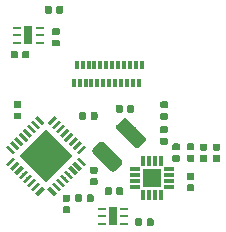
<source format=gbr>
G04 #@! TF.GenerationSoftware,KiCad,Pcbnew,6.0.0-rc1-unknown-bb2e402~84~ubuntu18.04.1*
G04 #@! TF.CreationDate,2019-10-28T15:28:56-04:00
G04 #@! TF.ProjectId,apd,6170642e-6b69-4636-9164-5f7063625858,rev?*
G04 #@! TF.SameCoordinates,Original*
G04 #@! TF.FileFunction,Paste,Top*
G04 #@! TF.FilePolarity,Positive*
%FSLAX46Y46*%
G04 Gerber Fmt 4.6, Leading zero omitted, Abs format (unit mm)*
G04 Created by KiCad (PCBNEW 6.0.0-rc1-unknown-bb2e402~84~ubuntu18.04.1) date Mon 28 Oct 2019 03:28:56 PM EDT*
%MOMM*%
%LPD*%
G04 APERTURE LIST*
%ADD10C,0.100000*%
%ADD11C,0.590000*%
%ADD12R,0.300000X0.750000*%
%ADD13C,0.280000*%
%ADD14C,3.200000*%
%ADD15R,0.850000X0.300000*%
%ADD16R,0.300000X0.850000*%
%ADD17R,1.550000X1.550000*%
%ADD18R,0.800000X1.600000*%
%ADD19R,0.762000X0.254000*%
%ADD20C,1.250000*%
%ADD21R,0.729800X0.248400*%
G04 APERTURE END LIST*
D10*
G36*
X199106958Y-105035710D02*
G01*
X199121276Y-105037834D01*
X199135317Y-105041351D01*
X199148946Y-105046228D01*
X199162031Y-105052417D01*
X199174447Y-105059858D01*
X199186073Y-105068481D01*
X199196798Y-105078202D01*
X199206519Y-105088927D01*
X199215142Y-105100553D01*
X199222583Y-105112969D01*
X199228772Y-105126054D01*
X199233649Y-105139683D01*
X199237166Y-105153724D01*
X199239290Y-105168042D01*
X199240000Y-105182500D01*
X199240000Y-105477500D01*
X199239290Y-105491958D01*
X199237166Y-105506276D01*
X199233649Y-105520317D01*
X199228772Y-105533946D01*
X199222583Y-105547031D01*
X199215142Y-105559447D01*
X199206519Y-105571073D01*
X199196798Y-105581798D01*
X199186073Y-105591519D01*
X199174447Y-105600142D01*
X199162031Y-105607583D01*
X199148946Y-105613772D01*
X199135317Y-105618649D01*
X199121276Y-105622166D01*
X199106958Y-105624290D01*
X199092500Y-105625000D01*
X198747500Y-105625000D01*
X198733042Y-105624290D01*
X198718724Y-105622166D01*
X198704683Y-105618649D01*
X198691054Y-105613772D01*
X198677969Y-105607583D01*
X198665553Y-105600142D01*
X198653927Y-105591519D01*
X198643202Y-105581798D01*
X198633481Y-105571073D01*
X198624858Y-105559447D01*
X198617417Y-105547031D01*
X198611228Y-105533946D01*
X198606351Y-105520317D01*
X198602834Y-105506276D01*
X198600710Y-105491958D01*
X198600000Y-105477500D01*
X198600000Y-105182500D01*
X198600710Y-105168042D01*
X198602834Y-105153724D01*
X198606351Y-105139683D01*
X198611228Y-105126054D01*
X198617417Y-105112969D01*
X198624858Y-105100553D01*
X198633481Y-105088927D01*
X198643202Y-105078202D01*
X198653927Y-105068481D01*
X198665553Y-105059858D01*
X198677969Y-105052417D01*
X198691054Y-105046228D01*
X198704683Y-105041351D01*
X198718724Y-105037834D01*
X198733042Y-105035710D01*
X198747500Y-105035000D01*
X199092500Y-105035000D01*
X199106958Y-105035710D01*
X199106958Y-105035710D01*
G37*
D11*
X198920000Y-105330000D03*
D10*
G36*
X199106958Y-106005710D02*
G01*
X199121276Y-106007834D01*
X199135317Y-106011351D01*
X199148946Y-106016228D01*
X199162031Y-106022417D01*
X199174447Y-106029858D01*
X199186073Y-106038481D01*
X199196798Y-106048202D01*
X199206519Y-106058927D01*
X199215142Y-106070553D01*
X199222583Y-106082969D01*
X199228772Y-106096054D01*
X199233649Y-106109683D01*
X199237166Y-106123724D01*
X199239290Y-106138042D01*
X199240000Y-106152500D01*
X199240000Y-106447500D01*
X199239290Y-106461958D01*
X199237166Y-106476276D01*
X199233649Y-106490317D01*
X199228772Y-106503946D01*
X199222583Y-106517031D01*
X199215142Y-106529447D01*
X199206519Y-106541073D01*
X199196798Y-106551798D01*
X199186073Y-106561519D01*
X199174447Y-106570142D01*
X199162031Y-106577583D01*
X199148946Y-106583772D01*
X199135317Y-106588649D01*
X199121276Y-106592166D01*
X199106958Y-106594290D01*
X199092500Y-106595000D01*
X198747500Y-106595000D01*
X198733042Y-106594290D01*
X198718724Y-106592166D01*
X198704683Y-106588649D01*
X198691054Y-106583772D01*
X198677969Y-106577583D01*
X198665553Y-106570142D01*
X198653927Y-106561519D01*
X198643202Y-106551798D01*
X198633481Y-106541073D01*
X198624858Y-106529447D01*
X198617417Y-106517031D01*
X198611228Y-106503946D01*
X198606351Y-106490317D01*
X198602834Y-106476276D01*
X198600710Y-106461958D01*
X198600000Y-106447500D01*
X198600000Y-106152500D01*
X198600710Y-106138042D01*
X198602834Y-106123724D01*
X198606351Y-106109683D01*
X198611228Y-106096054D01*
X198617417Y-106082969D01*
X198624858Y-106070553D01*
X198633481Y-106058927D01*
X198643202Y-106048202D01*
X198653927Y-106038481D01*
X198665553Y-106029858D01*
X198677969Y-106022417D01*
X198691054Y-106016228D01*
X198704683Y-106011351D01*
X198718724Y-106007834D01*
X198733042Y-106005710D01*
X198747500Y-106005000D01*
X199092500Y-106005000D01*
X199106958Y-106005710D01*
X199106958Y-106005710D01*
G37*
D11*
X198920000Y-106300000D03*
D10*
G36*
X195226958Y-91440710D02*
G01*
X195241276Y-91442834D01*
X195255317Y-91446351D01*
X195268946Y-91451228D01*
X195282031Y-91457417D01*
X195294447Y-91464858D01*
X195306073Y-91473481D01*
X195316798Y-91483202D01*
X195326519Y-91493927D01*
X195335142Y-91505553D01*
X195342583Y-91517969D01*
X195348772Y-91531054D01*
X195353649Y-91544683D01*
X195357166Y-91558724D01*
X195359290Y-91573042D01*
X195360000Y-91587500D01*
X195360000Y-91932500D01*
X195359290Y-91946958D01*
X195357166Y-91961276D01*
X195353649Y-91975317D01*
X195348772Y-91988946D01*
X195342583Y-92002031D01*
X195335142Y-92014447D01*
X195326519Y-92026073D01*
X195316798Y-92036798D01*
X195306073Y-92046519D01*
X195294447Y-92055142D01*
X195282031Y-92062583D01*
X195268946Y-92068772D01*
X195255317Y-92073649D01*
X195241276Y-92077166D01*
X195226958Y-92079290D01*
X195212500Y-92080000D01*
X194917500Y-92080000D01*
X194903042Y-92079290D01*
X194888724Y-92077166D01*
X194874683Y-92073649D01*
X194861054Y-92068772D01*
X194847969Y-92062583D01*
X194835553Y-92055142D01*
X194823927Y-92046519D01*
X194813202Y-92036798D01*
X194803481Y-92026073D01*
X194794858Y-92014447D01*
X194787417Y-92002031D01*
X194781228Y-91988946D01*
X194776351Y-91975317D01*
X194772834Y-91961276D01*
X194770710Y-91946958D01*
X194770000Y-91932500D01*
X194770000Y-91587500D01*
X194770710Y-91573042D01*
X194772834Y-91558724D01*
X194776351Y-91544683D01*
X194781228Y-91531054D01*
X194787417Y-91517969D01*
X194794858Y-91505553D01*
X194803481Y-91493927D01*
X194813202Y-91483202D01*
X194823927Y-91473481D01*
X194835553Y-91464858D01*
X194847969Y-91457417D01*
X194861054Y-91451228D01*
X194874683Y-91446351D01*
X194888724Y-91442834D01*
X194903042Y-91440710D01*
X194917500Y-91440000D01*
X195212500Y-91440000D01*
X195226958Y-91440710D01*
X195226958Y-91440710D01*
G37*
D11*
X195065000Y-91760000D03*
D10*
G36*
X196196958Y-91440710D02*
G01*
X196211276Y-91442834D01*
X196225317Y-91446351D01*
X196238946Y-91451228D01*
X196252031Y-91457417D01*
X196264447Y-91464858D01*
X196276073Y-91473481D01*
X196286798Y-91483202D01*
X196296519Y-91493927D01*
X196305142Y-91505553D01*
X196312583Y-91517969D01*
X196318772Y-91531054D01*
X196323649Y-91544683D01*
X196327166Y-91558724D01*
X196329290Y-91573042D01*
X196330000Y-91587500D01*
X196330000Y-91932500D01*
X196329290Y-91946958D01*
X196327166Y-91961276D01*
X196323649Y-91975317D01*
X196318772Y-91988946D01*
X196312583Y-92002031D01*
X196305142Y-92014447D01*
X196296519Y-92026073D01*
X196286798Y-92036798D01*
X196276073Y-92046519D01*
X196264447Y-92055142D01*
X196252031Y-92062583D01*
X196238946Y-92068772D01*
X196225317Y-92073649D01*
X196211276Y-92077166D01*
X196196958Y-92079290D01*
X196182500Y-92080000D01*
X195887500Y-92080000D01*
X195873042Y-92079290D01*
X195858724Y-92077166D01*
X195844683Y-92073649D01*
X195831054Y-92068772D01*
X195817969Y-92062583D01*
X195805553Y-92055142D01*
X195793927Y-92046519D01*
X195783202Y-92036798D01*
X195773481Y-92026073D01*
X195764858Y-92014447D01*
X195757417Y-92002031D01*
X195751228Y-91988946D01*
X195746351Y-91975317D01*
X195742834Y-91961276D01*
X195740710Y-91946958D01*
X195740000Y-91932500D01*
X195740000Y-91587500D01*
X195740710Y-91573042D01*
X195742834Y-91558724D01*
X195746351Y-91544683D01*
X195751228Y-91531054D01*
X195757417Y-91517969D01*
X195764858Y-91505553D01*
X195773481Y-91493927D01*
X195783202Y-91483202D01*
X195793927Y-91473481D01*
X195805553Y-91464858D01*
X195817969Y-91457417D01*
X195831054Y-91451228D01*
X195844683Y-91446351D01*
X195858724Y-91442834D01*
X195873042Y-91440710D01*
X195887500Y-91440000D01*
X196182500Y-91440000D01*
X196196958Y-91440710D01*
X196196958Y-91440710D01*
G37*
D11*
X196035000Y-91760000D03*
D10*
G36*
X198131958Y-100420710D02*
G01*
X198146276Y-100422834D01*
X198160317Y-100426351D01*
X198173946Y-100431228D01*
X198187031Y-100437417D01*
X198199447Y-100444858D01*
X198211073Y-100453481D01*
X198221798Y-100463202D01*
X198231519Y-100473927D01*
X198240142Y-100485553D01*
X198247583Y-100497969D01*
X198253772Y-100511054D01*
X198258649Y-100524683D01*
X198262166Y-100538724D01*
X198264290Y-100553042D01*
X198265000Y-100567500D01*
X198265000Y-100912500D01*
X198264290Y-100926958D01*
X198262166Y-100941276D01*
X198258649Y-100955317D01*
X198253772Y-100968946D01*
X198247583Y-100982031D01*
X198240142Y-100994447D01*
X198231519Y-101006073D01*
X198221798Y-101016798D01*
X198211073Y-101026519D01*
X198199447Y-101035142D01*
X198187031Y-101042583D01*
X198173946Y-101048772D01*
X198160317Y-101053649D01*
X198146276Y-101057166D01*
X198131958Y-101059290D01*
X198117500Y-101060000D01*
X197822500Y-101060000D01*
X197808042Y-101059290D01*
X197793724Y-101057166D01*
X197779683Y-101053649D01*
X197766054Y-101048772D01*
X197752969Y-101042583D01*
X197740553Y-101035142D01*
X197728927Y-101026519D01*
X197718202Y-101016798D01*
X197708481Y-101006073D01*
X197699858Y-100994447D01*
X197692417Y-100982031D01*
X197686228Y-100968946D01*
X197681351Y-100955317D01*
X197677834Y-100941276D01*
X197675710Y-100926958D01*
X197675000Y-100912500D01*
X197675000Y-100567500D01*
X197675710Y-100553042D01*
X197677834Y-100538724D01*
X197681351Y-100524683D01*
X197686228Y-100511054D01*
X197692417Y-100497969D01*
X197699858Y-100485553D01*
X197708481Y-100473927D01*
X197718202Y-100463202D01*
X197728927Y-100453481D01*
X197740553Y-100444858D01*
X197752969Y-100437417D01*
X197766054Y-100431228D01*
X197779683Y-100426351D01*
X197793724Y-100422834D01*
X197808042Y-100420710D01*
X197822500Y-100420000D01*
X198117500Y-100420000D01*
X198131958Y-100420710D01*
X198131958Y-100420710D01*
G37*
D11*
X197970000Y-100740000D03*
D10*
G36*
X199101958Y-100420710D02*
G01*
X199116276Y-100422834D01*
X199130317Y-100426351D01*
X199143946Y-100431228D01*
X199157031Y-100437417D01*
X199169447Y-100444858D01*
X199181073Y-100453481D01*
X199191798Y-100463202D01*
X199201519Y-100473927D01*
X199210142Y-100485553D01*
X199217583Y-100497969D01*
X199223772Y-100511054D01*
X199228649Y-100524683D01*
X199232166Y-100538724D01*
X199234290Y-100553042D01*
X199235000Y-100567500D01*
X199235000Y-100912500D01*
X199234290Y-100926958D01*
X199232166Y-100941276D01*
X199228649Y-100955317D01*
X199223772Y-100968946D01*
X199217583Y-100982031D01*
X199210142Y-100994447D01*
X199201519Y-101006073D01*
X199191798Y-101016798D01*
X199181073Y-101026519D01*
X199169447Y-101035142D01*
X199157031Y-101042583D01*
X199143946Y-101048772D01*
X199130317Y-101053649D01*
X199116276Y-101057166D01*
X199101958Y-101059290D01*
X199087500Y-101060000D01*
X198792500Y-101060000D01*
X198778042Y-101059290D01*
X198763724Y-101057166D01*
X198749683Y-101053649D01*
X198736054Y-101048772D01*
X198722969Y-101042583D01*
X198710553Y-101035142D01*
X198698927Y-101026519D01*
X198688202Y-101016798D01*
X198678481Y-101006073D01*
X198669858Y-100994447D01*
X198662417Y-100982031D01*
X198656228Y-100968946D01*
X198651351Y-100955317D01*
X198647834Y-100941276D01*
X198645710Y-100926958D01*
X198645000Y-100912500D01*
X198645000Y-100567500D01*
X198645710Y-100553042D01*
X198647834Y-100538724D01*
X198651351Y-100524683D01*
X198656228Y-100511054D01*
X198662417Y-100497969D01*
X198669858Y-100485553D01*
X198678481Y-100473927D01*
X198688202Y-100463202D01*
X198698927Y-100453481D01*
X198710553Y-100444858D01*
X198722969Y-100437417D01*
X198736054Y-100431228D01*
X198749683Y-100426351D01*
X198763724Y-100422834D01*
X198778042Y-100420710D01*
X198792500Y-100420000D01*
X199087500Y-100420000D01*
X199101958Y-100420710D01*
X199101958Y-100420710D01*
G37*
D11*
X198940000Y-100740000D03*
D10*
G36*
X197796958Y-107376710D02*
G01*
X197811276Y-107378834D01*
X197825317Y-107382351D01*
X197838946Y-107387228D01*
X197852031Y-107393417D01*
X197864447Y-107400858D01*
X197876073Y-107409481D01*
X197886798Y-107419202D01*
X197896519Y-107429927D01*
X197905142Y-107441553D01*
X197912583Y-107453969D01*
X197918772Y-107467054D01*
X197923649Y-107480683D01*
X197927166Y-107494724D01*
X197929290Y-107509042D01*
X197930000Y-107523500D01*
X197930000Y-107868500D01*
X197929290Y-107882958D01*
X197927166Y-107897276D01*
X197923649Y-107911317D01*
X197918772Y-107924946D01*
X197912583Y-107938031D01*
X197905142Y-107950447D01*
X197896519Y-107962073D01*
X197886798Y-107972798D01*
X197876073Y-107982519D01*
X197864447Y-107991142D01*
X197852031Y-107998583D01*
X197838946Y-108004772D01*
X197825317Y-108009649D01*
X197811276Y-108013166D01*
X197796958Y-108015290D01*
X197782500Y-108016000D01*
X197487500Y-108016000D01*
X197473042Y-108015290D01*
X197458724Y-108013166D01*
X197444683Y-108009649D01*
X197431054Y-108004772D01*
X197417969Y-107998583D01*
X197405553Y-107991142D01*
X197393927Y-107982519D01*
X197383202Y-107972798D01*
X197373481Y-107962073D01*
X197364858Y-107950447D01*
X197357417Y-107938031D01*
X197351228Y-107924946D01*
X197346351Y-107911317D01*
X197342834Y-107897276D01*
X197340710Y-107882958D01*
X197340000Y-107868500D01*
X197340000Y-107523500D01*
X197340710Y-107509042D01*
X197342834Y-107494724D01*
X197346351Y-107480683D01*
X197351228Y-107467054D01*
X197357417Y-107453969D01*
X197364858Y-107441553D01*
X197373481Y-107429927D01*
X197383202Y-107419202D01*
X197393927Y-107409481D01*
X197405553Y-107400858D01*
X197417969Y-107393417D01*
X197431054Y-107387228D01*
X197444683Y-107382351D01*
X197458724Y-107378834D01*
X197473042Y-107376710D01*
X197487500Y-107376000D01*
X197782500Y-107376000D01*
X197796958Y-107376710D01*
X197796958Y-107376710D01*
G37*
D11*
X197635000Y-107696000D03*
D10*
G36*
X198766958Y-107376710D02*
G01*
X198781276Y-107378834D01*
X198795317Y-107382351D01*
X198808946Y-107387228D01*
X198822031Y-107393417D01*
X198834447Y-107400858D01*
X198846073Y-107409481D01*
X198856798Y-107419202D01*
X198866519Y-107429927D01*
X198875142Y-107441553D01*
X198882583Y-107453969D01*
X198888772Y-107467054D01*
X198893649Y-107480683D01*
X198897166Y-107494724D01*
X198899290Y-107509042D01*
X198900000Y-107523500D01*
X198900000Y-107868500D01*
X198899290Y-107882958D01*
X198897166Y-107897276D01*
X198893649Y-107911317D01*
X198888772Y-107924946D01*
X198882583Y-107938031D01*
X198875142Y-107950447D01*
X198866519Y-107962073D01*
X198856798Y-107972798D01*
X198846073Y-107982519D01*
X198834447Y-107991142D01*
X198822031Y-107998583D01*
X198808946Y-108004772D01*
X198795317Y-108009649D01*
X198781276Y-108013166D01*
X198766958Y-108015290D01*
X198752500Y-108016000D01*
X198457500Y-108016000D01*
X198443042Y-108015290D01*
X198428724Y-108013166D01*
X198414683Y-108009649D01*
X198401054Y-108004772D01*
X198387969Y-107998583D01*
X198375553Y-107991142D01*
X198363927Y-107982519D01*
X198353202Y-107972798D01*
X198343481Y-107962073D01*
X198334858Y-107950447D01*
X198327417Y-107938031D01*
X198321228Y-107924946D01*
X198316351Y-107911317D01*
X198312834Y-107897276D01*
X198310710Y-107882958D01*
X198310000Y-107868500D01*
X198310000Y-107523500D01*
X198310710Y-107509042D01*
X198312834Y-107494724D01*
X198316351Y-107480683D01*
X198321228Y-107467054D01*
X198327417Y-107453969D01*
X198334858Y-107441553D01*
X198343481Y-107429927D01*
X198353202Y-107419202D01*
X198363927Y-107409481D01*
X198375553Y-107400858D01*
X198387969Y-107393417D01*
X198401054Y-107387228D01*
X198414683Y-107382351D01*
X198428724Y-107378834D01*
X198443042Y-107376710D01*
X198457500Y-107376000D01*
X198752500Y-107376000D01*
X198766958Y-107376710D01*
X198766958Y-107376710D01*
G37*
D11*
X198605000Y-107696000D03*
D10*
G36*
X209496958Y-103080710D02*
G01*
X209511276Y-103082834D01*
X209525317Y-103086351D01*
X209538946Y-103091228D01*
X209552031Y-103097417D01*
X209564447Y-103104858D01*
X209576073Y-103113481D01*
X209586798Y-103123202D01*
X209596519Y-103133927D01*
X209605142Y-103145553D01*
X209612583Y-103157969D01*
X209618772Y-103171054D01*
X209623649Y-103184683D01*
X209627166Y-103198724D01*
X209629290Y-103213042D01*
X209630000Y-103227500D01*
X209630000Y-103522500D01*
X209629290Y-103536958D01*
X209627166Y-103551276D01*
X209623649Y-103565317D01*
X209618772Y-103578946D01*
X209612583Y-103592031D01*
X209605142Y-103604447D01*
X209596519Y-103616073D01*
X209586798Y-103626798D01*
X209576073Y-103636519D01*
X209564447Y-103645142D01*
X209552031Y-103652583D01*
X209538946Y-103658772D01*
X209525317Y-103663649D01*
X209511276Y-103667166D01*
X209496958Y-103669290D01*
X209482500Y-103670000D01*
X209137500Y-103670000D01*
X209123042Y-103669290D01*
X209108724Y-103667166D01*
X209094683Y-103663649D01*
X209081054Y-103658772D01*
X209067969Y-103652583D01*
X209055553Y-103645142D01*
X209043927Y-103636519D01*
X209033202Y-103626798D01*
X209023481Y-103616073D01*
X209014858Y-103604447D01*
X209007417Y-103592031D01*
X209001228Y-103578946D01*
X208996351Y-103565317D01*
X208992834Y-103551276D01*
X208990710Y-103536958D01*
X208990000Y-103522500D01*
X208990000Y-103227500D01*
X208990710Y-103213042D01*
X208992834Y-103198724D01*
X208996351Y-103184683D01*
X209001228Y-103171054D01*
X209007417Y-103157969D01*
X209014858Y-103145553D01*
X209023481Y-103133927D01*
X209033202Y-103123202D01*
X209043927Y-103113481D01*
X209055553Y-103104858D01*
X209067969Y-103097417D01*
X209081054Y-103091228D01*
X209094683Y-103086351D01*
X209108724Y-103082834D01*
X209123042Y-103080710D01*
X209137500Y-103080000D01*
X209482500Y-103080000D01*
X209496958Y-103080710D01*
X209496958Y-103080710D01*
G37*
D11*
X209310000Y-103375000D03*
D10*
G36*
X209496958Y-104050710D02*
G01*
X209511276Y-104052834D01*
X209525317Y-104056351D01*
X209538946Y-104061228D01*
X209552031Y-104067417D01*
X209564447Y-104074858D01*
X209576073Y-104083481D01*
X209586798Y-104093202D01*
X209596519Y-104103927D01*
X209605142Y-104115553D01*
X209612583Y-104127969D01*
X209618772Y-104141054D01*
X209623649Y-104154683D01*
X209627166Y-104168724D01*
X209629290Y-104183042D01*
X209630000Y-104197500D01*
X209630000Y-104492500D01*
X209629290Y-104506958D01*
X209627166Y-104521276D01*
X209623649Y-104535317D01*
X209618772Y-104548946D01*
X209612583Y-104562031D01*
X209605142Y-104574447D01*
X209596519Y-104586073D01*
X209586798Y-104596798D01*
X209576073Y-104606519D01*
X209564447Y-104615142D01*
X209552031Y-104622583D01*
X209538946Y-104628772D01*
X209525317Y-104633649D01*
X209511276Y-104637166D01*
X209496958Y-104639290D01*
X209482500Y-104640000D01*
X209137500Y-104640000D01*
X209123042Y-104639290D01*
X209108724Y-104637166D01*
X209094683Y-104633649D01*
X209081054Y-104628772D01*
X209067969Y-104622583D01*
X209055553Y-104615142D01*
X209043927Y-104606519D01*
X209033202Y-104596798D01*
X209023481Y-104586073D01*
X209014858Y-104574447D01*
X209007417Y-104562031D01*
X209001228Y-104548946D01*
X208996351Y-104535317D01*
X208992834Y-104521276D01*
X208990710Y-104506958D01*
X208990000Y-104492500D01*
X208990000Y-104197500D01*
X208990710Y-104183042D01*
X208992834Y-104168724D01*
X208996351Y-104154683D01*
X209001228Y-104141054D01*
X209007417Y-104127969D01*
X209014858Y-104115553D01*
X209023481Y-104103927D01*
X209033202Y-104093202D01*
X209043927Y-104083481D01*
X209055553Y-104074858D01*
X209067969Y-104067417D01*
X209081054Y-104061228D01*
X209094683Y-104056351D01*
X209108724Y-104052834D01*
X209123042Y-104050710D01*
X209137500Y-104050000D01*
X209482500Y-104050000D01*
X209496958Y-104050710D01*
X209496958Y-104050710D01*
G37*
D11*
X209310000Y-104345000D03*
D10*
G36*
X208396958Y-104050710D02*
G01*
X208411276Y-104052834D01*
X208425317Y-104056351D01*
X208438946Y-104061228D01*
X208452031Y-104067417D01*
X208464447Y-104074858D01*
X208476073Y-104083481D01*
X208486798Y-104093202D01*
X208496519Y-104103927D01*
X208505142Y-104115553D01*
X208512583Y-104127969D01*
X208518772Y-104141054D01*
X208523649Y-104154683D01*
X208527166Y-104168724D01*
X208529290Y-104183042D01*
X208530000Y-104197500D01*
X208530000Y-104492500D01*
X208529290Y-104506958D01*
X208527166Y-104521276D01*
X208523649Y-104535317D01*
X208518772Y-104548946D01*
X208512583Y-104562031D01*
X208505142Y-104574447D01*
X208496519Y-104586073D01*
X208486798Y-104596798D01*
X208476073Y-104606519D01*
X208464447Y-104615142D01*
X208452031Y-104622583D01*
X208438946Y-104628772D01*
X208425317Y-104633649D01*
X208411276Y-104637166D01*
X208396958Y-104639290D01*
X208382500Y-104640000D01*
X208037500Y-104640000D01*
X208023042Y-104639290D01*
X208008724Y-104637166D01*
X207994683Y-104633649D01*
X207981054Y-104628772D01*
X207967969Y-104622583D01*
X207955553Y-104615142D01*
X207943927Y-104606519D01*
X207933202Y-104596798D01*
X207923481Y-104586073D01*
X207914858Y-104574447D01*
X207907417Y-104562031D01*
X207901228Y-104548946D01*
X207896351Y-104535317D01*
X207892834Y-104521276D01*
X207890710Y-104506958D01*
X207890000Y-104492500D01*
X207890000Y-104197500D01*
X207890710Y-104183042D01*
X207892834Y-104168724D01*
X207896351Y-104154683D01*
X207901228Y-104141054D01*
X207907417Y-104127969D01*
X207914858Y-104115553D01*
X207923481Y-104103927D01*
X207933202Y-104093202D01*
X207943927Y-104083481D01*
X207955553Y-104074858D01*
X207967969Y-104067417D01*
X207981054Y-104061228D01*
X207994683Y-104056351D01*
X208008724Y-104052834D01*
X208023042Y-104050710D01*
X208037500Y-104050000D01*
X208382500Y-104050000D01*
X208396958Y-104050710D01*
X208396958Y-104050710D01*
G37*
D11*
X208210000Y-104345000D03*
D10*
G36*
X208396958Y-103080710D02*
G01*
X208411276Y-103082834D01*
X208425317Y-103086351D01*
X208438946Y-103091228D01*
X208452031Y-103097417D01*
X208464447Y-103104858D01*
X208476073Y-103113481D01*
X208486798Y-103123202D01*
X208496519Y-103133927D01*
X208505142Y-103145553D01*
X208512583Y-103157969D01*
X208518772Y-103171054D01*
X208523649Y-103184683D01*
X208527166Y-103198724D01*
X208529290Y-103213042D01*
X208530000Y-103227500D01*
X208530000Y-103522500D01*
X208529290Y-103536958D01*
X208527166Y-103551276D01*
X208523649Y-103565317D01*
X208518772Y-103578946D01*
X208512583Y-103592031D01*
X208505142Y-103604447D01*
X208496519Y-103616073D01*
X208486798Y-103626798D01*
X208476073Y-103636519D01*
X208464447Y-103645142D01*
X208452031Y-103652583D01*
X208438946Y-103658772D01*
X208425317Y-103663649D01*
X208411276Y-103667166D01*
X208396958Y-103669290D01*
X208382500Y-103670000D01*
X208037500Y-103670000D01*
X208023042Y-103669290D01*
X208008724Y-103667166D01*
X207994683Y-103663649D01*
X207981054Y-103658772D01*
X207967969Y-103652583D01*
X207955553Y-103645142D01*
X207943927Y-103636519D01*
X207933202Y-103626798D01*
X207923481Y-103616073D01*
X207914858Y-103604447D01*
X207907417Y-103592031D01*
X207901228Y-103578946D01*
X207896351Y-103565317D01*
X207892834Y-103551276D01*
X207890710Y-103536958D01*
X207890000Y-103522500D01*
X207890000Y-103227500D01*
X207890710Y-103213042D01*
X207892834Y-103198724D01*
X207896351Y-103184683D01*
X207901228Y-103171054D01*
X207907417Y-103157969D01*
X207914858Y-103145553D01*
X207923481Y-103133927D01*
X207933202Y-103123202D01*
X207943927Y-103113481D01*
X207955553Y-103104858D01*
X207967969Y-103097417D01*
X207981054Y-103091228D01*
X207994683Y-103086351D01*
X208008724Y-103082834D01*
X208023042Y-103080710D01*
X208037500Y-103080000D01*
X208382500Y-103080000D01*
X208396958Y-103080710D01*
X208396958Y-103080710D01*
G37*
D11*
X208210000Y-103375000D03*
D10*
G36*
X207296958Y-104025710D02*
G01*
X207311276Y-104027834D01*
X207325317Y-104031351D01*
X207338946Y-104036228D01*
X207352031Y-104042417D01*
X207364447Y-104049858D01*
X207376073Y-104058481D01*
X207386798Y-104068202D01*
X207396519Y-104078927D01*
X207405142Y-104090553D01*
X207412583Y-104102969D01*
X207418772Y-104116054D01*
X207423649Y-104129683D01*
X207427166Y-104143724D01*
X207429290Y-104158042D01*
X207430000Y-104172500D01*
X207430000Y-104467500D01*
X207429290Y-104481958D01*
X207427166Y-104496276D01*
X207423649Y-104510317D01*
X207418772Y-104523946D01*
X207412583Y-104537031D01*
X207405142Y-104549447D01*
X207396519Y-104561073D01*
X207386798Y-104571798D01*
X207376073Y-104581519D01*
X207364447Y-104590142D01*
X207352031Y-104597583D01*
X207338946Y-104603772D01*
X207325317Y-104608649D01*
X207311276Y-104612166D01*
X207296958Y-104614290D01*
X207282500Y-104615000D01*
X206937500Y-104615000D01*
X206923042Y-104614290D01*
X206908724Y-104612166D01*
X206894683Y-104608649D01*
X206881054Y-104603772D01*
X206867969Y-104597583D01*
X206855553Y-104590142D01*
X206843927Y-104581519D01*
X206833202Y-104571798D01*
X206823481Y-104561073D01*
X206814858Y-104549447D01*
X206807417Y-104537031D01*
X206801228Y-104523946D01*
X206796351Y-104510317D01*
X206792834Y-104496276D01*
X206790710Y-104481958D01*
X206790000Y-104467500D01*
X206790000Y-104172500D01*
X206790710Y-104158042D01*
X206792834Y-104143724D01*
X206796351Y-104129683D01*
X206801228Y-104116054D01*
X206807417Y-104102969D01*
X206814858Y-104090553D01*
X206823481Y-104078927D01*
X206833202Y-104068202D01*
X206843927Y-104058481D01*
X206855553Y-104049858D01*
X206867969Y-104042417D01*
X206881054Y-104036228D01*
X206894683Y-104031351D01*
X206908724Y-104027834D01*
X206923042Y-104025710D01*
X206937500Y-104025000D01*
X207282500Y-104025000D01*
X207296958Y-104025710D01*
X207296958Y-104025710D01*
G37*
D11*
X207110000Y-104320000D03*
D10*
G36*
X207296958Y-103055710D02*
G01*
X207311276Y-103057834D01*
X207325317Y-103061351D01*
X207338946Y-103066228D01*
X207352031Y-103072417D01*
X207364447Y-103079858D01*
X207376073Y-103088481D01*
X207386798Y-103098202D01*
X207396519Y-103108927D01*
X207405142Y-103120553D01*
X207412583Y-103132969D01*
X207418772Y-103146054D01*
X207423649Y-103159683D01*
X207427166Y-103173724D01*
X207429290Y-103188042D01*
X207430000Y-103202500D01*
X207430000Y-103497500D01*
X207429290Y-103511958D01*
X207427166Y-103526276D01*
X207423649Y-103540317D01*
X207418772Y-103553946D01*
X207412583Y-103567031D01*
X207405142Y-103579447D01*
X207396519Y-103591073D01*
X207386798Y-103601798D01*
X207376073Y-103611519D01*
X207364447Y-103620142D01*
X207352031Y-103627583D01*
X207338946Y-103633772D01*
X207325317Y-103638649D01*
X207311276Y-103642166D01*
X207296958Y-103644290D01*
X207282500Y-103645000D01*
X206937500Y-103645000D01*
X206923042Y-103644290D01*
X206908724Y-103642166D01*
X206894683Y-103638649D01*
X206881054Y-103633772D01*
X206867969Y-103627583D01*
X206855553Y-103620142D01*
X206843927Y-103611519D01*
X206833202Y-103601798D01*
X206823481Y-103591073D01*
X206814858Y-103579447D01*
X206807417Y-103567031D01*
X206801228Y-103553946D01*
X206796351Y-103540317D01*
X206792834Y-103526276D01*
X206790710Y-103511958D01*
X206790000Y-103497500D01*
X206790000Y-103202500D01*
X206790710Y-103188042D01*
X206792834Y-103173724D01*
X206796351Y-103159683D01*
X206801228Y-103146054D01*
X206807417Y-103132969D01*
X206814858Y-103120553D01*
X206823481Y-103108927D01*
X206833202Y-103098202D01*
X206843927Y-103088481D01*
X206855553Y-103079858D01*
X206867969Y-103072417D01*
X206881054Y-103066228D01*
X206894683Y-103061351D01*
X206908724Y-103057834D01*
X206923042Y-103055710D01*
X206937500Y-103055000D01*
X207282500Y-103055000D01*
X207296958Y-103055710D01*
X207296958Y-103055710D01*
G37*
D11*
X207110000Y-103350000D03*
D10*
G36*
X205036958Y-102580710D02*
G01*
X205051276Y-102582834D01*
X205065317Y-102586351D01*
X205078946Y-102591228D01*
X205092031Y-102597417D01*
X205104447Y-102604858D01*
X205116073Y-102613481D01*
X205126798Y-102623202D01*
X205136519Y-102633927D01*
X205145142Y-102645553D01*
X205152583Y-102657969D01*
X205158772Y-102671054D01*
X205163649Y-102684683D01*
X205167166Y-102698724D01*
X205169290Y-102713042D01*
X205170000Y-102727500D01*
X205170000Y-103022500D01*
X205169290Y-103036958D01*
X205167166Y-103051276D01*
X205163649Y-103065317D01*
X205158772Y-103078946D01*
X205152583Y-103092031D01*
X205145142Y-103104447D01*
X205136519Y-103116073D01*
X205126798Y-103126798D01*
X205116073Y-103136519D01*
X205104447Y-103145142D01*
X205092031Y-103152583D01*
X205078946Y-103158772D01*
X205065317Y-103163649D01*
X205051276Y-103167166D01*
X205036958Y-103169290D01*
X205022500Y-103170000D01*
X204677500Y-103170000D01*
X204663042Y-103169290D01*
X204648724Y-103167166D01*
X204634683Y-103163649D01*
X204621054Y-103158772D01*
X204607969Y-103152583D01*
X204595553Y-103145142D01*
X204583927Y-103136519D01*
X204573202Y-103126798D01*
X204563481Y-103116073D01*
X204554858Y-103104447D01*
X204547417Y-103092031D01*
X204541228Y-103078946D01*
X204536351Y-103065317D01*
X204532834Y-103051276D01*
X204530710Y-103036958D01*
X204530000Y-103022500D01*
X204530000Y-102727500D01*
X204530710Y-102713042D01*
X204532834Y-102698724D01*
X204536351Y-102684683D01*
X204541228Y-102671054D01*
X204547417Y-102657969D01*
X204554858Y-102645553D01*
X204563481Y-102633927D01*
X204573202Y-102623202D01*
X204583927Y-102613481D01*
X204595553Y-102604858D01*
X204607969Y-102597417D01*
X204621054Y-102591228D01*
X204634683Y-102586351D01*
X204648724Y-102582834D01*
X204663042Y-102580710D01*
X204677500Y-102580000D01*
X205022500Y-102580000D01*
X205036958Y-102580710D01*
X205036958Y-102580710D01*
G37*
D11*
X204850000Y-102875000D03*
D10*
G36*
X205036958Y-101610710D02*
G01*
X205051276Y-101612834D01*
X205065317Y-101616351D01*
X205078946Y-101621228D01*
X205092031Y-101627417D01*
X205104447Y-101634858D01*
X205116073Y-101643481D01*
X205126798Y-101653202D01*
X205136519Y-101663927D01*
X205145142Y-101675553D01*
X205152583Y-101687969D01*
X205158772Y-101701054D01*
X205163649Y-101714683D01*
X205167166Y-101728724D01*
X205169290Y-101743042D01*
X205170000Y-101757500D01*
X205170000Y-102052500D01*
X205169290Y-102066958D01*
X205167166Y-102081276D01*
X205163649Y-102095317D01*
X205158772Y-102108946D01*
X205152583Y-102122031D01*
X205145142Y-102134447D01*
X205136519Y-102146073D01*
X205126798Y-102156798D01*
X205116073Y-102166519D01*
X205104447Y-102175142D01*
X205092031Y-102182583D01*
X205078946Y-102188772D01*
X205065317Y-102193649D01*
X205051276Y-102197166D01*
X205036958Y-102199290D01*
X205022500Y-102200000D01*
X204677500Y-102200000D01*
X204663042Y-102199290D01*
X204648724Y-102197166D01*
X204634683Y-102193649D01*
X204621054Y-102188772D01*
X204607969Y-102182583D01*
X204595553Y-102175142D01*
X204583927Y-102166519D01*
X204573202Y-102156798D01*
X204563481Y-102146073D01*
X204554858Y-102134447D01*
X204547417Y-102122031D01*
X204541228Y-102108946D01*
X204536351Y-102095317D01*
X204532834Y-102081276D01*
X204530710Y-102066958D01*
X204530000Y-102052500D01*
X204530000Y-101757500D01*
X204530710Y-101743042D01*
X204532834Y-101728724D01*
X204536351Y-101714683D01*
X204541228Y-101701054D01*
X204547417Y-101687969D01*
X204554858Y-101675553D01*
X204563481Y-101663927D01*
X204573202Y-101653202D01*
X204583927Y-101643481D01*
X204595553Y-101634858D01*
X204607969Y-101627417D01*
X204621054Y-101621228D01*
X204634683Y-101616351D01*
X204648724Y-101612834D01*
X204663042Y-101610710D01*
X204677500Y-101610000D01*
X205022500Y-101610000D01*
X205036958Y-101610710D01*
X205036958Y-101610710D01*
G37*
D11*
X204850000Y-101905000D03*
D10*
G36*
X200306958Y-106790710D02*
G01*
X200321276Y-106792834D01*
X200335317Y-106796351D01*
X200348946Y-106801228D01*
X200362031Y-106807417D01*
X200374447Y-106814858D01*
X200386073Y-106823481D01*
X200396798Y-106833202D01*
X200406519Y-106843927D01*
X200415142Y-106855553D01*
X200422583Y-106867969D01*
X200428772Y-106881054D01*
X200433649Y-106894683D01*
X200437166Y-106908724D01*
X200439290Y-106923042D01*
X200440000Y-106937500D01*
X200440000Y-107282500D01*
X200439290Y-107296958D01*
X200437166Y-107311276D01*
X200433649Y-107325317D01*
X200428772Y-107338946D01*
X200422583Y-107352031D01*
X200415142Y-107364447D01*
X200406519Y-107376073D01*
X200396798Y-107386798D01*
X200386073Y-107396519D01*
X200374447Y-107405142D01*
X200362031Y-107412583D01*
X200348946Y-107418772D01*
X200335317Y-107423649D01*
X200321276Y-107427166D01*
X200306958Y-107429290D01*
X200292500Y-107430000D01*
X199997500Y-107430000D01*
X199983042Y-107429290D01*
X199968724Y-107427166D01*
X199954683Y-107423649D01*
X199941054Y-107418772D01*
X199927969Y-107412583D01*
X199915553Y-107405142D01*
X199903927Y-107396519D01*
X199893202Y-107386798D01*
X199883481Y-107376073D01*
X199874858Y-107364447D01*
X199867417Y-107352031D01*
X199861228Y-107338946D01*
X199856351Y-107325317D01*
X199852834Y-107311276D01*
X199850710Y-107296958D01*
X199850000Y-107282500D01*
X199850000Y-106937500D01*
X199850710Y-106923042D01*
X199852834Y-106908724D01*
X199856351Y-106894683D01*
X199861228Y-106881054D01*
X199867417Y-106867969D01*
X199874858Y-106855553D01*
X199883481Y-106843927D01*
X199893202Y-106833202D01*
X199903927Y-106823481D01*
X199915553Y-106814858D01*
X199927969Y-106807417D01*
X199941054Y-106801228D01*
X199954683Y-106796351D01*
X199968724Y-106792834D01*
X199983042Y-106790710D01*
X199997500Y-106790000D01*
X200292500Y-106790000D01*
X200306958Y-106790710D01*
X200306958Y-106790710D01*
G37*
D11*
X200145000Y-107110000D03*
D10*
G36*
X201276958Y-106790710D02*
G01*
X201291276Y-106792834D01*
X201305317Y-106796351D01*
X201318946Y-106801228D01*
X201332031Y-106807417D01*
X201344447Y-106814858D01*
X201356073Y-106823481D01*
X201366798Y-106833202D01*
X201376519Y-106843927D01*
X201385142Y-106855553D01*
X201392583Y-106867969D01*
X201398772Y-106881054D01*
X201403649Y-106894683D01*
X201407166Y-106908724D01*
X201409290Y-106923042D01*
X201410000Y-106937500D01*
X201410000Y-107282500D01*
X201409290Y-107296958D01*
X201407166Y-107311276D01*
X201403649Y-107325317D01*
X201398772Y-107338946D01*
X201392583Y-107352031D01*
X201385142Y-107364447D01*
X201376519Y-107376073D01*
X201366798Y-107386798D01*
X201356073Y-107396519D01*
X201344447Y-107405142D01*
X201332031Y-107412583D01*
X201318946Y-107418772D01*
X201305317Y-107423649D01*
X201291276Y-107427166D01*
X201276958Y-107429290D01*
X201262500Y-107430000D01*
X200967500Y-107430000D01*
X200953042Y-107429290D01*
X200938724Y-107427166D01*
X200924683Y-107423649D01*
X200911054Y-107418772D01*
X200897969Y-107412583D01*
X200885553Y-107405142D01*
X200873927Y-107396519D01*
X200863202Y-107386798D01*
X200853481Y-107376073D01*
X200844858Y-107364447D01*
X200837417Y-107352031D01*
X200831228Y-107338946D01*
X200826351Y-107325317D01*
X200822834Y-107311276D01*
X200820710Y-107296958D01*
X200820000Y-107282500D01*
X200820000Y-106937500D01*
X200820710Y-106923042D01*
X200822834Y-106908724D01*
X200826351Y-106894683D01*
X200831228Y-106881054D01*
X200837417Y-106867969D01*
X200844858Y-106855553D01*
X200853481Y-106843927D01*
X200863202Y-106833202D01*
X200873927Y-106823481D01*
X200885553Y-106814858D01*
X200897969Y-106807417D01*
X200911054Y-106801228D01*
X200924683Y-106796351D01*
X200938724Y-106792834D01*
X200953042Y-106790710D01*
X200967500Y-106790000D01*
X201262500Y-106790000D01*
X201276958Y-106790710D01*
X201276958Y-106790710D01*
G37*
D11*
X201115000Y-107110000D03*
D10*
G36*
X196782958Y-107424710D02*
G01*
X196797276Y-107426834D01*
X196811317Y-107430351D01*
X196824946Y-107435228D01*
X196838031Y-107441417D01*
X196850447Y-107448858D01*
X196862073Y-107457481D01*
X196872798Y-107467202D01*
X196882519Y-107477927D01*
X196891142Y-107489553D01*
X196898583Y-107501969D01*
X196904772Y-107515054D01*
X196909649Y-107528683D01*
X196913166Y-107542724D01*
X196915290Y-107557042D01*
X196916000Y-107571500D01*
X196916000Y-107866500D01*
X196915290Y-107880958D01*
X196913166Y-107895276D01*
X196909649Y-107909317D01*
X196904772Y-107922946D01*
X196898583Y-107936031D01*
X196891142Y-107948447D01*
X196882519Y-107960073D01*
X196872798Y-107970798D01*
X196862073Y-107980519D01*
X196850447Y-107989142D01*
X196838031Y-107996583D01*
X196824946Y-108002772D01*
X196811317Y-108007649D01*
X196797276Y-108011166D01*
X196782958Y-108013290D01*
X196768500Y-108014000D01*
X196423500Y-108014000D01*
X196409042Y-108013290D01*
X196394724Y-108011166D01*
X196380683Y-108007649D01*
X196367054Y-108002772D01*
X196353969Y-107996583D01*
X196341553Y-107989142D01*
X196329927Y-107980519D01*
X196319202Y-107970798D01*
X196309481Y-107960073D01*
X196300858Y-107948447D01*
X196293417Y-107936031D01*
X196287228Y-107922946D01*
X196282351Y-107909317D01*
X196278834Y-107895276D01*
X196276710Y-107880958D01*
X196276000Y-107866500D01*
X196276000Y-107571500D01*
X196276710Y-107557042D01*
X196278834Y-107542724D01*
X196282351Y-107528683D01*
X196287228Y-107515054D01*
X196293417Y-107501969D01*
X196300858Y-107489553D01*
X196309481Y-107477927D01*
X196319202Y-107467202D01*
X196329927Y-107457481D01*
X196341553Y-107448858D01*
X196353969Y-107441417D01*
X196367054Y-107435228D01*
X196380683Y-107430351D01*
X196394724Y-107426834D01*
X196409042Y-107424710D01*
X196423500Y-107424000D01*
X196768500Y-107424000D01*
X196782958Y-107424710D01*
X196782958Y-107424710D01*
G37*
D11*
X196596000Y-107719000D03*
D10*
G36*
X196782958Y-108394710D02*
G01*
X196797276Y-108396834D01*
X196811317Y-108400351D01*
X196824946Y-108405228D01*
X196838031Y-108411417D01*
X196850447Y-108418858D01*
X196862073Y-108427481D01*
X196872798Y-108437202D01*
X196882519Y-108447927D01*
X196891142Y-108459553D01*
X196898583Y-108471969D01*
X196904772Y-108485054D01*
X196909649Y-108498683D01*
X196913166Y-108512724D01*
X196915290Y-108527042D01*
X196916000Y-108541500D01*
X196916000Y-108836500D01*
X196915290Y-108850958D01*
X196913166Y-108865276D01*
X196909649Y-108879317D01*
X196904772Y-108892946D01*
X196898583Y-108906031D01*
X196891142Y-108918447D01*
X196882519Y-108930073D01*
X196872798Y-108940798D01*
X196862073Y-108950519D01*
X196850447Y-108959142D01*
X196838031Y-108966583D01*
X196824946Y-108972772D01*
X196811317Y-108977649D01*
X196797276Y-108981166D01*
X196782958Y-108983290D01*
X196768500Y-108984000D01*
X196423500Y-108984000D01*
X196409042Y-108983290D01*
X196394724Y-108981166D01*
X196380683Y-108977649D01*
X196367054Y-108972772D01*
X196353969Y-108966583D01*
X196341553Y-108959142D01*
X196329927Y-108950519D01*
X196319202Y-108940798D01*
X196309481Y-108930073D01*
X196300858Y-108918447D01*
X196293417Y-108906031D01*
X196287228Y-108892946D01*
X196282351Y-108879317D01*
X196278834Y-108865276D01*
X196276710Y-108850958D01*
X196276000Y-108836500D01*
X196276000Y-108541500D01*
X196276710Y-108527042D01*
X196278834Y-108512724D01*
X196282351Y-108498683D01*
X196287228Y-108485054D01*
X196293417Y-108471969D01*
X196300858Y-108459553D01*
X196309481Y-108447927D01*
X196319202Y-108437202D01*
X196329927Y-108427481D01*
X196341553Y-108418858D01*
X196353969Y-108411417D01*
X196367054Y-108405228D01*
X196380683Y-108400351D01*
X196394724Y-108396834D01*
X196409042Y-108394710D01*
X196423500Y-108394000D01*
X196768500Y-108394000D01*
X196782958Y-108394710D01*
X196782958Y-108394710D01*
G37*
D11*
X196596000Y-108689000D03*
D12*
X197475000Y-96445000D03*
X197975000Y-96445000D03*
X198475000Y-96445000D03*
X198975000Y-96445000D03*
X199475000Y-96445000D03*
X199975000Y-96445000D03*
X200475000Y-96445000D03*
X200975000Y-96445000D03*
X201475000Y-96445000D03*
X201975000Y-96445000D03*
X202475000Y-96445000D03*
X202975000Y-96445000D03*
X202725000Y-97955000D03*
X202225000Y-97955000D03*
X201725000Y-97955000D03*
X201225000Y-97955000D03*
X200725000Y-97955000D03*
X200225000Y-97955000D03*
X199725000Y-97955000D03*
X199225000Y-97955000D03*
X198725000Y-97955000D03*
X198225000Y-97955000D03*
X197725000Y-97955000D03*
X197225000Y-97955000D03*
D13*
X194360482Y-101119161D03*
D10*
G36*
X193960967Y-100917636D02*
G01*
X194158957Y-100719646D01*
X194759997Y-101320686D01*
X194562007Y-101518676D01*
X193960967Y-100917636D01*
X193960967Y-100917636D01*
G37*
D13*
X197860661Y-103594035D03*
D10*
G36*
X197461146Y-103795560D02*
G01*
X198062186Y-103194520D01*
X198260176Y-103392510D01*
X197659136Y-103993550D01*
X197461146Y-103795560D01*
X197461146Y-103795560D01*
G37*
D13*
X195385787Y-107094214D03*
D10*
G36*
X194986272Y-106892689D02*
G01*
X195184262Y-106694699D01*
X195785302Y-107295739D01*
X195587312Y-107493729D01*
X194986272Y-106892689D01*
X194986272Y-106892689D01*
G37*
D14*
X194873134Y-104106687D03*
D10*
G36*
X192610392Y-104106687D02*
G01*
X194873134Y-101843945D01*
X197135876Y-104106687D01*
X194873134Y-106369429D01*
X192610392Y-104106687D01*
X192610392Y-104106687D01*
G37*
D13*
X191885608Y-104619340D03*
D10*
G36*
X191486093Y-104820865D02*
G01*
X192087133Y-104219825D01*
X192285123Y-104417815D01*
X191684083Y-105018855D01*
X191486093Y-104820865D01*
X191486093Y-104820865D01*
G37*
D13*
X192239162Y-104972893D03*
D10*
G36*
X191839647Y-105174418D02*
G01*
X192440687Y-104573378D01*
X192638677Y-104771368D01*
X192037637Y-105372408D01*
X191839647Y-105174418D01*
X191839647Y-105174418D01*
G37*
D13*
X192592715Y-105326447D03*
D10*
G36*
X192193200Y-105527972D02*
G01*
X192794240Y-104926932D01*
X192992230Y-105124922D01*
X192391190Y-105725962D01*
X192193200Y-105527972D01*
X192193200Y-105527972D01*
G37*
D13*
X192946268Y-105680000D03*
D10*
G36*
X192546753Y-105881525D02*
G01*
X193147793Y-105280485D01*
X193345783Y-105478475D01*
X192744743Y-106079515D01*
X192546753Y-105881525D01*
X192546753Y-105881525D01*
G37*
D13*
X193299822Y-106033553D03*
D10*
G36*
X192900307Y-106235078D02*
G01*
X193501347Y-105634038D01*
X193699337Y-105832028D01*
X193098297Y-106433068D01*
X192900307Y-106235078D01*
X192900307Y-106235078D01*
G37*
D13*
X193653375Y-106387107D03*
D10*
G36*
X193253860Y-106588632D02*
G01*
X193854900Y-105987592D01*
X194052890Y-106185582D01*
X193451850Y-106786622D01*
X193253860Y-106588632D01*
X193253860Y-106588632D01*
G37*
D13*
X194006929Y-106740660D03*
D10*
G36*
X193607414Y-106942185D02*
G01*
X194208454Y-106341145D01*
X194406444Y-106539135D01*
X193805404Y-107140175D01*
X193607414Y-106942185D01*
X193607414Y-106942185D01*
G37*
D13*
X194360482Y-107094214D03*
D10*
G36*
X193960967Y-107295739D02*
G01*
X194562007Y-106694699D01*
X194759997Y-106892689D01*
X194158957Y-107493729D01*
X193960967Y-107295739D01*
X193960967Y-107295739D01*
G37*
D13*
X195739340Y-106740660D03*
D10*
G36*
X195339825Y-106539135D02*
G01*
X195537815Y-106341145D01*
X196138855Y-106942185D01*
X195940865Y-107140175D01*
X195339825Y-106539135D01*
X195339825Y-106539135D01*
G37*
D13*
X196092894Y-106387107D03*
D10*
G36*
X195693379Y-106185582D02*
G01*
X195891369Y-105987592D01*
X196492409Y-106588632D01*
X196294419Y-106786622D01*
X195693379Y-106185582D01*
X195693379Y-106185582D01*
G37*
D13*
X196446447Y-106033553D03*
D10*
G36*
X196046932Y-105832028D02*
G01*
X196244922Y-105634038D01*
X196845962Y-106235078D01*
X196647972Y-106433068D01*
X196046932Y-105832028D01*
X196046932Y-105832028D01*
G37*
D13*
X196800000Y-105680000D03*
D10*
G36*
X196400485Y-105478475D02*
G01*
X196598475Y-105280485D01*
X197199515Y-105881525D01*
X197001525Y-106079515D01*
X196400485Y-105478475D01*
X196400485Y-105478475D01*
G37*
D13*
X197153554Y-105326447D03*
D10*
G36*
X196754039Y-105124922D02*
G01*
X196952029Y-104926932D01*
X197553069Y-105527972D01*
X197355079Y-105725962D01*
X196754039Y-105124922D01*
X196754039Y-105124922D01*
G37*
D13*
X197507107Y-104972893D03*
D10*
G36*
X197107592Y-104771368D02*
G01*
X197305582Y-104573378D01*
X197906622Y-105174418D01*
X197708632Y-105372408D01*
X197107592Y-104771368D01*
X197107592Y-104771368D01*
G37*
D13*
X197860661Y-104619340D03*
D10*
G36*
X197461146Y-104417815D02*
G01*
X197659136Y-104219825D01*
X198260176Y-104820865D01*
X198062186Y-105018855D01*
X197461146Y-104417815D01*
X197461146Y-104417815D01*
G37*
D13*
X197507107Y-103240482D03*
D10*
G36*
X197107592Y-103442007D02*
G01*
X197708632Y-102840967D01*
X197906622Y-103038957D01*
X197305582Y-103639997D01*
X197107592Y-103442007D01*
X197107592Y-103442007D01*
G37*
D13*
X197153554Y-102886928D03*
D10*
G36*
X196754039Y-103088453D02*
G01*
X197355079Y-102487413D01*
X197553069Y-102685403D01*
X196952029Y-103286443D01*
X196754039Y-103088453D01*
X196754039Y-103088453D01*
G37*
D13*
X196800000Y-102533375D03*
D10*
G36*
X196400485Y-102734900D02*
G01*
X197001525Y-102133860D01*
X197199515Y-102331850D01*
X196598475Y-102932890D01*
X196400485Y-102734900D01*
X196400485Y-102734900D01*
G37*
D13*
X196446447Y-102179821D03*
D10*
G36*
X196046932Y-102381346D02*
G01*
X196647972Y-101780306D01*
X196845962Y-101978296D01*
X196244922Y-102579336D01*
X196046932Y-102381346D01*
X196046932Y-102381346D01*
G37*
D13*
X196092894Y-101826268D03*
D10*
G36*
X195693379Y-102027793D02*
G01*
X196294419Y-101426753D01*
X196492409Y-101624743D01*
X195891369Y-102225783D01*
X195693379Y-102027793D01*
X195693379Y-102027793D01*
G37*
D13*
X195739340Y-101472715D03*
D10*
G36*
X195339825Y-101674240D02*
G01*
X195940865Y-101073200D01*
X196138855Y-101271190D01*
X195537815Y-101872230D01*
X195339825Y-101674240D01*
X195339825Y-101674240D01*
G37*
D13*
X195385787Y-101119161D03*
D10*
G36*
X194986272Y-101320686D02*
G01*
X195587312Y-100719646D01*
X195785302Y-100917636D01*
X195184262Y-101518676D01*
X194986272Y-101320686D01*
X194986272Y-101320686D01*
G37*
D13*
X194006929Y-101472715D03*
D10*
G36*
X193607414Y-101271190D02*
G01*
X193805404Y-101073200D01*
X194406444Y-101674240D01*
X194208454Y-101872230D01*
X193607414Y-101271190D01*
X193607414Y-101271190D01*
G37*
D13*
X193653375Y-101826268D03*
D10*
G36*
X193253860Y-101624743D02*
G01*
X193451850Y-101426753D01*
X194052890Y-102027793D01*
X193854900Y-102225783D01*
X193253860Y-101624743D01*
X193253860Y-101624743D01*
G37*
D13*
X193299822Y-102179821D03*
D10*
G36*
X192900307Y-101978296D02*
G01*
X193098297Y-101780306D01*
X193699337Y-102381346D01*
X193501347Y-102579336D01*
X192900307Y-101978296D01*
X192900307Y-101978296D01*
G37*
D13*
X192946268Y-102533375D03*
D10*
G36*
X192546753Y-102331850D02*
G01*
X192744743Y-102133860D01*
X193345783Y-102734900D01*
X193147793Y-102932890D01*
X192546753Y-102331850D01*
X192546753Y-102331850D01*
G37*
D13*
X192592715Y-102886928D03*
D10*
G36*
X192193200Y-102685403D02*
G01*
X192391190Y-102487413D01*
X192992230Y-103088453D01*
X192794240Y-103286443D01*
X192193200Y-102685403D01*
X192193200Y-102685403D01*
G37*
D13*
X192239162Y-103240482D03*
D10*
G36*
X191839647Y-103038957D02*
G01*
X192037637Y-102840967D01*
X192638677Y-103442007D01*
X192440687Y-103639997D01*
X191839647Y-103038957D01*
X191839647Y-103038957D01*
G37*
D13*
X191885608Y-103594035D03*
D10*
G36*
X191486093Y-103392510D02*
G01*
X191684083Y-103194520D01*
X192285123Y-103795560D01*
X192087133Y-103993550D01*
X191486093Y-103392510D01*
X191486093Y-103392510D01*
G37*
D15*
X205315000Y-106740000D03*
X205315000Y-106240000D03*
X205315000Y-105740000D03*
X205315000Y-105240000D03*
D16*
X204615000Y-104540000D03*
X204115000Y-104540000D03*
X203615000Y-104540000D03*
X203115000Y-104540000D03*
D15*
X202415000Y-105240000D03*
X202415000Y-105740000D03*
X202415000Y-106240000D03*
X202415000Y-106740000D03*
D16*
X203115000Y-107440000D03*
X203615000Y-107440000D03*
X204115000Y-107440000D03*
X204615000Y-107440000D03*
D17*
X203865000Y-105990000D03*
D10*
G36*
X193316958Y-95220710D02*
G01*
X193331276Y-95222834D01*
X193345317Y-95226351D01*
X193358946Y-95231228D01*
X193372031Y-95237417D01*
X193384447Y-95244858D01*
X193396073Y-95253481D01*
X193406798Y-95263202D01*
X193416519Y-95273927D01*
X193425142Y-95285553D01*
X193432583Y-95297969D01*
X193438772Y-95311054D01*
X193443649Y-95324683D01*
X193447166Y-95338724D01*
X193449290Y-95353042D01*
X193450000Y-95367500D01*
X193450000Y-95712500D01*
X193449290Y-95726958D01*
X193447166Y-95741276D01*
X193443649Y-95755317D01*
X193438772Y-95768946D01*
X193432583Y-95782031D01*
X193425142Y-95794447D01*
X193416519Y-95806073D01*
X193406798Y-95816798D01*
X193396073Y-95826519D01*
X193384447Y-95835142D01*
X193372031Y-95842583D01*
X193358946Y-95848772D01*
X193345317Y-95853649D01*
X193331276Y-95857166D01*
X193316958Y-95859290D01*
X193302500Y-95860000D01*
X193007500Y-95860000D01*
X192993042Y-95859290D01*
X192978724Y-95857166D01*
X192964683Y-95853649D01*
X192951054Y-95848772D01*
X192937969Y-95842583D01*
X192925553Y-95835142D01*
X192913927Y-95826519D01*
X192903202Y-95816798D01*
X192893481Y-95806073D01*
X192884858Y-95794447D01*
X192877417Y-95782031D01*
X192871228Y-95768946D01*
X192866351Y-95755317D01*
X192862834Y-95741276D01*
X192860710Y-95726958D01*
X192860000Y-95712500D01*
X192860000Y-95367500D01*
X192860710Y-95353042D01*
X192862834Y-95338724D01*
X192866351Y-95324683D01*
X192871228Y-95311054D01*
X192877417Y-95297969D01*
X192884858Y-95285553D01*
X192893481Y-95273927D01*
X192903202Y-95263202D01*
X192913927Y-95253481D01*
X192925553Y-95244858D01*
X192937969Y-95237417D01*
X192951054Y-95231228D01*
X192964683Y-95226351D01*
X192978724Y-95222834D01*
X192993042Y-95220710D01*
X193007500Y-95220000D01*
X193302500Y-95220000D01*
X193316958Y-95220710D01*
X193316958Y-95220710D01*
G37*
D11*
X193155000Y-95540000D03*
D10*
G36*
X192346958Y-95220710D02*
G01*
X192361276Y-95222834D01*
X192375317Y-95226351D01*
X192388946Y-95231228D01*
X192402031Y-95237417D01*
X192414447Y-95244858D01*
X192426073Y-95253481D01*
X192436798Y-95263202D01*
X192446519Y-95273927D01*
X192455142Y-95285553D01*
X192462583Y-95297969D01*
X192468772Y-95311054D01*
X192473649Y-95324683D01*
X192477166Y-95338724D01*
X192479290Y-95353042D01*
X192480000Y-95367500D01*
X192480000Y-95712500D01*
X192479290Y-95726958D01*
X192477166Y-95741276D01*
X192473649Y-95755317D01*
X192468772Y-95768946D01*
X192462583Y-95782031D01*
X192455142Y-95794447D01*
X192446519Y-95806073D01*
X192436798Y-95816798D01*
X192426073Y-95826519D01*
X192414447Y-95835142D01*
X192402031Y-95842583D01*
X192388946Y-95848772D01*
X192375317Y-95853649D01*
X192361276Y-95857166D01*
X192346958Y-95859290D01*
X192332500Y-95860000D01*
X192037500Y-95860000D01*
X192023042Y-95859290D01*
X192008724Y-95857166D01*
X191994683Y-95853649D01*
X191981054Y-95848772D01*
X191967969Y-95842583D01*
X191955553Y-95835142D01*
X191943927Y-95826519D01*
X191933202Y-95816798D01*
X191923481Y-95806073D01*
X191914858Y-95794447D01*
X191907417Y-95782031D01*
X191901228Y-95768946D01*
X191896351Y-95755317D01*
X191892834Y-95741276D01*
X191890710Y-95726958D01*
X191890000Y-95712500D01*
X191890000Y-95367500D01*
X191890710Y-95353042D01*
X191892834Y-95338724D01*
X191896351Y-95324683D01*
X191901228Y-95311054D01*
X191907417Y-95297969D01*
X191914858Y-95285553D01*
X191923481Y-95273927D01*
X191933202Y-95263202D01*
X191943927Y-95253481D01*
X191955553Y-95244858D01*
X191967969Y-95237417D01*
X191981054Y-95231228D01*
X191994683Y-95226351D01*
X192008724Y-95222834D01*
X192023042Y-95220710D01*
X192037500Y-95220000D01*
X192332500Y-95220000D01*
X192346958Y-95220710D01*
X192346958Y-95220710D01*
G37*
D11*
X192185000Y-95540000D03*
D10*
G36*
X195896958Y-94270710D02*
G01*
X195911276Y-94272834D01*
X195925317Y-94276351D01*
X195938946Y-94281228D01*
X195952031Y-94287417D01*
X195964447Y-94294858D01*
X195976073Y-94303481D01*
X195986798Y-94313202D01*
X195996519Y-94323927D01*
X196005142Y-94335553D01*
X196012583Y-94347969D01*
X196018772Y-94361054D01*
X196023649Y-94374683D01*
X196027166Y-94388724D01*
X196029290Y-94403042D01*
X196030000Y-94417500D01*
X196030000Y-94712500D01*
X196029290Y-94726958D01*
X196027166Y-94741276D01*
X196023649Y-94755317D01*
X196018772Y-94768946D01*
X196012583Y-94782031D01*
X196005142Y-94794447D01*
X195996519Y-94806073D01*
X195986798Y-94816798D01*
X195976073Y-94826519D01*
X195964447Y-94835142D01*
X195952031Y-94842583D01*
X195938946Y-94848772D01*
X195925317Y-94853649D01*
X195911276Y-94857166D01*
X195896958Y-94859290D01*
X195882500Y-94860000D01*
X195537500Y-94860000D01*
X195523042Y-94859290D01*
X195508724Y-94857166D01*
X195494683Y-94853649D01*
X195481054Y-94848772D01*
X195467969Y-94842583D01*
X195455553Y-94835142D01*
X195443927Y-94826519D01*
X195433202Y-94816798D01*
X195423481Y-94806073D01*
X195414858Y-94794447D01*
X195407417Y-94782031D01*
X195401228Y-94768946D01*
X195396351Y-94755317D01*
X195392834Y-94741276D01*
X195390710Y-94726958D01*
X195390000Y-94712500D01*
X195390000Y-94417500D01*
X195390710Y-94403042D01*
X195392834Y-94388724D01*
X195396351Y-94374683D01*
X195401228Y-94361054D01*
X195407417Y-94347969D01*
X195414858Y-94335553D01*
X195423481Y-94323927D01*
X195433202Y-94313202D01*
X195443927Y-94303481D01*
X195455553Y-94294858D01*
X195467969Y-94287417D01*
X195481054Y-94281228D01*
X195494683Y-94276351D01*
X195508724Y-94272834D01*
X195523042Y-94270710D01*
X195537500Y-94270000D01*
X195882500Y-94270000D01*
X195896958Y-94270710D01*
X195896958Y-94270710D01*
G37*
D11*
X195710000Y-94565000D03*
D10*
G36*
X195896958Y-93300710D02*
G01*
X195911276Y-93302834D01*
X195925317Y-93306351D01*
X195938946Y-93311228D01*
X195952031Y-93317417D01*
X195964447Y-93324858D01*
X195976073Y-93333481D01*
X195986798Y-93343202D01*
X195996519Y-93353927D01*
X196005142Y-93365553D01*
X196012583Y-93377969D01*
X196018772Y-93391054D01*
X196023649Y-93404683D01*
X196027166Y-93418724D01*
X196029290Y-93433042D01*
X196030000Y-93447500D01*
X196030000Y-93742500D01*
X196029290Y-93756958D01*
X196027166Y-93771276D01*
X196023649Y-93785317D01*
X196018772Y-93798946D01*
X196012583Y-93812031D01*
X196005142Y-93824447D01*
X195996519Y-93836073D01*
X195986798Y-93846798D01*
X195976073Y-93856519D01*
X195964447Y-93865142D01*
X195952031Y-93872583D01*
X195938946Y-93878772D01*
X195925317Y-93883649D01*
X195911276Y-93887166D01*
X195896958Y-93889290D01*
X195882500Y-93890000D01*
X195537500Y-93890000D01*
X195523042Y-93889290D01*
X195508724Y-93887166D01*
X195494683Y-93883649D01*
X195481054Y-93878772D01*
X195467969Y-93872583D01*
X195455553Y-93865142D01*
X195443927Y-93856519D01*
X195433202Y-93846798D01*
X195423481Y-93836073D01*
X195414858Y-93824447D01*
X195407417Y-93812031D01*
X195401228Y-93798946D01*
X195396351Y-93785317D01*
X195392834Y-93771276D01*
X195390710Y-93756958D01*
X195390000Y-93742500D01*
X195390000Y-93447500D01*
X195390710Y-93433042D01*
X195392834Y-93418724D01*
X195396351Y-93404683D01*
X195401228Y-93391054D01*
X195407417Y-93377969D01*
X195414858Y-93365553D01*
X195423481Y-93353927D01*
X195433202Y-93343202D01*
X195443927Y-93333481D01*
X195455553Y-93324858D01*
X195467969Y-93317417D01*
X195481054Y-93311228D01*
X195494683Y-93306351D01*
X195508724Y-93302834D01*
X195523042Y-93300710D01*
X195537500Y-93300000D01*
X195882500Y-93300000D01*
X195896958Y-93300710D01*
X195896958Y-93300710D01*
G37*
D11*
X195710000Y-93595000D03*
D10*
G36*
X206076958Y-103070710D02*
G01*
X206091276Y-103072834D01*
X206105317Y-103076351D01*
X206118946Y-103081228D01*
X206132031Y-103087417D01*
X206144447Y-103094858D01*
X206156073Y-103103481D01*
X206166798Y-103113202D01*
X206176519Y-103123927D01*
X206185142Y-103135553D01*
X206192583Y-103147969D01*
X206198772Y-103161054D01*
X206203649Y-103174683D01*
X206207166Y-103188724D01*
X206209290Y-103203042D01*
X206210000Y-103217500D01*
X206210000Y-103512500D01*
X206209290Y-103526958D01*
X206207166Y-103541276D01*
X206203649Y-103555317D01*
X206198772Y-103568946D01*
X206192583Y-103582031D01*
X206185142Y-103594447D01*
X206176519Y-103606073D01*
X206166798Y-103616798D01*
X206156073Y-103626519D01*
X206144447Y-103635142D01*
X206132031Y-103642583D01*
X206118946Y-103648772D01*
X206105317Y-103653649D01*
X206091276Y-103657166D01*
X206076958Y-103659290D01*
X206062500Y-103660000D01*
X205717500Y-103660000D01*
X205703042Y-103659290D01*
X205688724Y-103657166D01*
X205674683Y-103653649D01*
X205661054Y-103648772D01*
X205647969Y-103642583D01*
X205635553Y-103635142D01*
X205623927Y-103626519D01*
X205613202Y-103616798D01*
X205603481Y-103606073D01*
X205594858Y-103594447D01*
X205587417Y-103582031D01*
X205581228Y-103568946D01*
X205576351Y-103555317D01*
X205572834Y-103541276D01*
X205570710Y-103526958D01*
X205570000Y-103512500D01*
X205570000Y-103217500D01*
X205570710Y-103203042D01*
X205572834Y-103188724D01*
X205576351Y-103174683D01*
X205581228Y-103161054D01*
X205587417Y-103147969D01*
X205594858Y-103135553D01*
X205603481Y-103123927D01*
X205613202Y-103113202D01*
X205623927Y-103103481D01*
X205635553Y-103094858D01*
X205647969Y-103087417D01*
X205661054Y-103081228D01*
X205674683Y-103076351D01*
X205688724Y-103072834D01*
X205703042Y-103070710D01*
X205717500Y-103070000D01*
X206062500Y-103070000D01*
X206076958Y-103070710D01*
X206076958Y-103070710D01*
G37*
D11*
X205890000Y-103365000D03*
D10*
G36*
X206076958Y-104040710D02*
G01*
X206091276Y-104042834D01*
X206105317Y-104046351D01*
X206118946Y-104051228D01*
X206132031Y-104057417D01*
X206144447Y-104064858D01*
X206156073Y-104073481D01*
X206166798Y-104083202D01*
X206176519Y-104093927D01*
X206185142Y-104105553D01*
X206192583Y-104117969D01*
X206198772Y-104131054D01*
X206203649Y-104144683D01*
X206207166Y-104158724D01*
X206209290Y-104173042D01*
X206210000Y-104187500D01*
X206210000Y-104482500D01*
X206209290Y-104496958D01*
X206207166Y-104511276D01*
X206203649Y-104525317D01*
X206198772Y-104538946D01*
X206192583Y-104552031D01*
X206185142Y-104564447D01*
X206176519Y-104576073D01*
X206166798Y-104586798D01*
X206156073Y-104596519D01*
X206144447Y-104605142D01*
X206132031Y-104612583D01*
X206118946Y-104618772D01*
X206105317Y-104623649D01*
X206091276Y-104627166D01*
X206076958Y-104629290D01*
X206062500Y-104630000D01*
X205717500Y-104630000D01*
X205703042Y-104629290D01*
X205688724Y-104627166D01*
X205674683Y-104623649D01*
X205661054Y-104618772D01*
X205647969Y-104612583D01*
X205635553Y-104605142D01*
X205623927Y-104596519D01*
X205613202Y-104586798D01*
X205603481Y-104576073D01*
X205594858Y-104564447D01*
X205587417Y-104552031D01*
X205581228Y-104538946D01*
X205576351Y-104525317D01*
X205572834Y-104511276D01*
X205570710Y-104496958D01*
X205570000Y-104482500D01*
X205570000Y-104187500D01*
X205570710Y-104173042D01*
X205572834Y-104158724D01*
X205576351Y-104144683D01*
X205581228Y-104131054D01*
X205587417Y-104117969D01*
X205594858Y-104105553D01*
X205603481Y-104093927D01*
X205613202Y-104083202D01*
X205623927Y-104073481D01*
X205635553Y-104064858D01*
X205647969Y-104057417D01*
X205661054Y-104051228D01*
X205674683Y-104046351D01*
X205688724Y-104042834D01*
X205703042Y-104040710D01*
X205717500Y-104040000D01*
X206062500Y-104040000D01*
X206076958Y-104040710D01*
X206076958Y-104040710D01*
G37*
D11*
X205890000Y-104335000D03*
D10*
G36*
X192656958Y-99480710D02*
G01*
X192671276Y-99482834D01*
X192685317Y-99486351D01*
X192698946Y-99491228D01*
X192712031Y-99497417D01*
X192724447Y-99504858D01*
X192736073Y-99513481D01*
X192746798Y-99523202D01*
X192756519Y-99533927D01*
X192765142Y-99545553D01*
X192772583Y-99557969D01*
X192778772Y-99571054D01*
X192783649Y-99584683D01*
X192787166Y-99598724D01*
X192789290Y-99613042D01*
X192790000Y-99627500D01*
X192790000Y-99922500D01*
X192789290Y-99936958D01*
X192787166Y-99951276D01*
X192783649Y-99965317D01*
X192778772Y-99978946D01*
X192772583Y-99992031D01*
X192765142Y-100004447D01*
X192756519Y-100016073D01*
X192746798Y-100026798D01*
X192736073Y-100036519D01*
X192724447Y-100045142D01*
X192712031Y-100052583D01*
X192698946Y-100058772D01*
X192685317Y-100063649D01*
X192671276Y-100067166D01*
X192656958Y-100069290D01*
X192642500Y-100070000D01*
X192297500Y-100070000D01*
X192283042Y-100069290D01*
X192268724Y-100067166D01*
X192254683Y-100063649D01*
X192241054Y-100058772D01*
X192227969Y-100052583D01*
X192215553Y-100045142D01*
X192203927Y-100036519D01*
X192193202Y-100026798D01*
X192183481Y-100016073D01*
X192174858Y-100004447D01*
X192167417Y-99992031D01*
X192161228Y-99978946D01*
X192156351Y-99965317D01*
X192152834Y-99951276D01*
X192150710Y-99936958D01*
X192150000Y-99922500D01*
X192150000Y-99627500D01*
X192150710Y-99613042D01*
X192152834Y-99598724D01*
X192156351Y-99584683D01*
X192161228Y-99571054D01*
X192167417Y-99557969D01*
X192174858Y-99545553D01*
X192183481Y-99533927D01*
X192193202Y-99523202D01*
X192203927Y-99513481D01*
X192215553Y-99504858D01*
X192227969Y-99497417D01*
X192241054Y-99491228D01*
X192254683Y-99486351D01*
X192268724Y-99482834D01*
X192283042Y-99480710D01*
X192297500Y-99480000D01*
X192642500Y-99480000D01*
X192656958Y-99480710D01*
X192656958Y-99480710D01*
G37*
D11*
X192470000Y-99775000D03*
D10*
G36*
X192656958Y-100450710D02*
G01*
X192671276Y-100452834D01*
X192685317Y-100456351D01*
X192698946Y-100461228D01*
X192712031Y-100467417D01*
X192724447Y-100474858D01*
X192736073Y-100483481D01*
X192746798Y-100493202D01*
X192756519Y-100503927D01*
X192765142Y-100515553D01*
X192772583Y-100527969D01*
X192778772Y-100541054D01*
X192783649Y-100554683D01*
X192787166Y-100568724D01*
X192789290Y-100583042D01*
X192790000Y-100597500D01*
X192790000Y-100892500D01*
X192789290Y-100906958D01*
X192787166Y-100921276D01*
X192783649Y-100935317D01*
X192778772Y-100948946D01*
X192772583Y-100962031D01*
X192765142Y-100974447D01*
X192756519Y-100986073D01*
X192746798Y-100996798D01*
X192736073Y-101006519D01*
X192724447Y-101015142D01*
X192712031Y-101022583D01*
X192698946Y-101028772D01*
X192685317Y-101033649D01*
X192671276Y-101037166D01*
X192656958Y-101039290D01*
X192642500Y-101040000D01*
X192297500Y-101040000D01*
X192283042Y-101039290D01*
X192268724Y-101037166D01*
X192254683Y-101033649D01*
X192241054Y-101028772D01*
X192227969Y-101022583D01*
X192215553Y-101015142D01*
X192203927Y-101006519D01*
X192193202Y-100996798D01*
X192183481Y-100986073D01*
X192174858Y-100974447D01*
X192167417Y-100962031D01*
X192161228Y-100948946D01*
X192156351Y-100935317D01*
X192152834Y-100921276D01*
X192150710Y-100906958D01*
X192150000Y-100892500D01*
X192150000Y-100597500D01*
X192150710Y-100583042D01*
X192152834Y-100568724D01*
X192156351Y-100554683D01*
X192161228Y-100541054D01*
X192167417Y-100527969D01*
X192174858Y-100515553D01*
X192183481Y-100503927D01*
X192193202Y-100493202D01*
X192203927Y-100483481D01*
X192215553Y-100474858D01*
X192227969Y-100467417D01*
X192241054Y-100461228D01*
X192254683Y-100456351D01*
X192268724Y-100452834D01*
X192283042Y-100450710D01*
X192297500Y-100450000D01*
X192642500Y-100450000D01*
X192656958Y-100450710D01*
X192656958Y-100450710D01*
G37*
D11*
X192470000Y-100745000D03*
D10*
G36*
X205061958Y-99510710D02*
G01*
X205076276Y-99512834D01*
X205090317Y-99516351D01*
X205103946Y-99521228D01*
X205117031Y-99527417D01*
X205129447Y-99534858D01*
X205141073Y-99543481D01*
X205151798Y-99553202D01*
X205161519Y-99563927D01*
X205170142Y-99575553D01*
X205177583Y-99587969D01*
X205183772Y-99601054D01*
X205188649Y-99614683D01*
X205192166Y-99628724D01*
X205194290Y-99643042D01*
X205195000Y-99657500D01*
X205195000Y-99952500D01*
X205194290Y-99966958D01*
X205192166Y-99981276D01*
X205188649Y-99995317D01*
X205183772Y-100008946D01*
X205177583Y-100022031D01*
X205170142Y-100034447D01*
X205161519Y-100046073D01*
X205151798Y-100056798D01*
X205141073Y-100066519D01*
X205129447Y-100075142D01*
X205117031Y-100082583D01*
X205103946Y-100088772D01*
X205090317Y-100093649D01*
X205076276Y-100097166D01*
X205061958Y-100099290D01*
X205047500Y-100100000D01*
X204702500Y-100100000D01*
X204688042Y-100099290D01*
X204673724Y-100097166D01*
X204659683Y-100093649D01*
X204646054Y-100088772D01*
X204632969Y-100082583D01*
X204620553Y-100075142D01*
X204608927Y-100066519D01*
X204598202Y-100056798D01*
X204588481Y-100046073D01*
X204579858Y-100034447D01*
X204572417Y-100022031D01*
X204566228Y-100008946D01*
X204561351Y-99995317D01*
X204557834Y-99981276D01*
X204555710Y-99966958D01*
X204555000Y-99952500D01*
X204555000Y-99657500D01*
X204555710Y-99643042D01*
X204557834Y-99628724D01*
X204561351Y-99614683D01*
X204566228Y-99601054D01*
X204572417Y-99587969D01*
X204579858Y-99575553D01*
X204588481Y-99563927D01*
X204598202Y-99553202D01*
X204608927Y-99543481D01*
X204620553Y-99534858D01*
X204632969Y-99527417D01*
X204646054Y-99521228D01*
X204659683Y-99516351D01*
X204673724Y-99512834D01*
X204688042Y-99510710D01*
X204702500Y-99510000D01*
X205047500Y-99510000D01*
X205061958Y-99510710D01*
X205061958Y-99510710D01*
G37*
D11*
X204875000Y-99805000D03*
D10*
G36*
X205061958Y-100480710D02*
G01*
X205076276Y-100482834D01*
X205090317Y-100486351D01*
X205103946Y-100491228D01*
X205117031Y-100497417D01*
X205129447Y-100504858D01*
X205141073Y-100513481D01*
X205151798Y-100523202D01*
X205161519Y-100533927D01*
X205170142Y-100545553D01*
X205177583Y-100557969D01*
X205183772Y-100571054D01*
X205188649Y-100584683D01*
X205192166Y-100598724D01*
X205194290Y-100613042D01*
X205195000Y-100627500D01*
X205195000Y-100922500D01*
X205194290Y-100936958D01*
X205192166Y-100951276D01*
X205188649Y-100965317D01*
X205183772Y-100978946D01*
X205177583Y-100992031D01*
X205170142Y-101004447D01*
X205161519Y-101016073D01*
X205151798Y-101026798D01*
X205141073Y-101036519D01*
X205129447Y-101045142D01*
X205117031Y-101052583D01*
X205103946Y-101058772D01*
X205090317Y-101063649D01*
X205076276Y-101067166D01*
X205061958Y-101069290D01*
X205047500Y-101070000D01*
X204702500Y-101070000D01*
X204688042Y-101069290D01*
X204673724Y-101067166D01*
X204659683Y-101063649D01*
X204646054Y-101058772D01*
X204632969Y-101052583D01*
X204620553Y-101045142D01*
X204608927Y-101036519D01*
X204598202Y-101026798D01*
X204588481Y-101016073D01*
X204579858Y-101004447D01*
X204572417Y-100992031D01*
X204566228Y-100978946D01*
X204561351Y-100965317D01*
X204557834Y-100951276D01*
X204555710Y-100936958D01*
X204555000Y-100922500D01*
X204555000Y-100627500D01*
X204555710Y-100613042D01*
X204557834Y-100598724D01*
X204561351Y-100584683D01*
X204566228Y-100571054D01*
X204572417Y-100557969D01*
X204579858Y-100545553D01*
X204588481Y-100533927D01*
X204598202Y-100523202D01*
X204608927Y-100513481D01*
X204620553Y-100504858D01*
X204632969Y-100497417D01*
X204646054Y-100491228D01*
X204659683Y-100486351D01*
X204673724Y-100482834D01*
X204688042Y-100480710D01*
X204702500Y-100480000D01*
X205047500Y-100480000D01*
X205061958Y-100480710D01*
X205061958Y-100480710D01*
G37*
D11*
X204875000Y-100775000D03*
D10*
G36*
X207286958Y-106540710D02*
G01*
X207301276Y-106542834D01*
X207315317Y-106546351D01*
X207328946Y-106551228D01*
X207342031Y-106557417D01*
X207354447Y-106564858D01*
X207366073Y-106573481D01*
X207376798Y-106583202D01*
X207386519Y-106593927D01*
X207395142Y-106605553D01*
X207402583Y-106617969D01*
X207408772Y-106631054D01*
X207413649Y-106644683D01*
X207417166Y-106658724D01*
X207419290Y-106673042D01*
X207420000Y-106687500D01*
X207420000Y-106982500D01*
X207419290Y-106996958D01*
X207417166Y-107011276D01*
X207413649Y-107025317D01*
X207408772Y-107038946D01*
X207402583Y-107052031D01*
X207395142Y-107064447D01*
X207386519Y-107076073D01*
X207376798Y-107086798D01*
X207366073Y-107096519D01*
X207354447Y-107105142D01*
X207342031Y-107112583D01*
X207328946Y-107118772D01*
X207315317Y-107123649D01*
X207301276Y-107127166D01*
X207286958Y-107129290D01*
X207272500Y-107130000D01*
X206927500Y-107130000D01*
X206913042Y-107129290D01*
X206898724Y-107127166D01*
X206884683Y-107123649D01*
X206871054Y-107118772D01*
X206857969Y-107112583D01*
X206845553Y-107105142D01*
X206833927Y-107096519D01*
X206823202Y-107086798D01*
X206813481Y-107076073D01*
X206804858Y-107064447D01*
X206797417Y-107052031D01*
X206791228Y-107038946D01*
X206786351Y-107025317D01*
X206782834Y-107011276D01*
X206780710Y-106996958D01*
X206780000Y-106982500D01*
X206780000Y-106687500D01*
X206780710Y-106673042D01*
X206782834Y-106658724D01*
X206786351Y-106644683D01*
X206791228Y-106631054D01*
X206797417Y-106617969D01*
X206804858Y-106605553D01*
X206813481Y-106593927D01*
X206823202Y-106583202D01*
X206833927Y-106573481D01*
X206845553Y-106564858D01*
X206857969Y-106557417D01*
X206871054Y-106551228D01*
X206884683Y-106546351D01*
X206898724Y-106542834D01*
X206913042Y-106540710D01*
X206927500Y-106540000D01*
X207272500Y-106540000D01*
X207286958Y-106540710D01*
X207286958Y-106540710D01*
G37*
D11*
X207100000Y-106835000D03*
D10*
G36*
X207286958Y-105570710D02*
G01*
X207301276Y-105572834D01*
X207315317Y-105576351D01*
X207328946Y-105581228D01*
X207342031Y-105587417D01*
X207354447Y-105594858D01*
X207366073Y-105603481D01*
X207376798Y-105613202D01*
X207386519Y-105623927D01*
X207395142Y-105635553D01*
X207402583Y-105647969D01*
X207408772Y-105661054D01*
X207413649Y-105674683D01*
X207417166Y-105688724D01*
X207419290Y-105703042D01*
X207420000Y-105717500D01*
X207420000Y-106012500D01*
X207419290Y-106026958D01*
X207417166Y-106041276D01*
X207413649Y-106055317D01*
X207408772Y-106068946D01*
X207402583Y-106082031D01*
X207395142Y-106094447D01*
X207386519Y-106106073D01*
X207376798Y-106116798D01*
X207366073Y-106126519D01*
X207354447Y-106135142D01*
X207342031Y-106142583D01*
X207328946Y-106148772D01*
X207315317Y-106153649D01*
X207301276Y-106157166D01*
X207286958Y-106159290D01*
X207272500Y-106160000D01*
X206927500Y-106160000D01*
X206913042Y-106159290D01*
X206898724Y-106157166D01*
X206884683Y-106153649D01*
X206871054Y-106148772D01*
X206857969Y-106142583D01*
X206845553Y-106135142D01*
X206833927Y-106126519D01*
X206823202Y-106116798D01*
X206813481Y-106106073D01*
X206804858Y-106094447D01*
X206797417Y-106082031D01*
X206791228Y-106068946D01*
X206786351Y-106055317D01*
X206782834Y-106041276D01*
X206780710Y-106026958D01*
X206780000Y-106012500D01*
X206780000Y-105717500D01*
X206780710Y-105703042D01*
X206782834Y-105688724D01*
X206786351Y-105674683D01*
X206791228Y-105661054D01*
X206797417Y-105647969D01*
X206804858Y-105635553D01*
X206813481Y-105623927D01*
X206823202Y-105613202D01*
X206833927Y-105603481D01*
X206845553Y-105594858D01*
X206857969Y-105587417D01*
X206871054Y-105581228D01*
X206884683Y-105576351D01*
X206898724Y-105572834D01*
X206913042Y-105570710D01*
X206927500Y-105570000D01*
X207272500Y-105570000D01*
X207286958Y-105570710D01*
X207286958Y-105570710D01*
G37*
D11*
X207100000Y-105865000D03*
D10*
G36*
X202196958Y-99820710D02*
G01*
X202211276Y-99822834D01*
X202225317Y-99826351D01*
X202238946Y-99831228D01*
X202252031Y-99837417D01*
X202264447Y-99844858D01*
X202276073Y-99853481D01*
X202286798Y-99863202D01*
X202296519Y-99873927D01*
X202305142Y-99885553D01*
X202312583Y-99897969D01*
X202318772Y-99911054D01*
X202323649Y-99924683D01*
X202327166Y-99938724D01*
X202329290Y-99953042D01*
X202330000Y-99967500D01*
X202330000Y-100312500D01*
X202329290Y-100326958D01*
X202327166Y-100341276D01*
X202323649Y-100355317D01*
X202318772Y-100368946D01*
X202312583Y-100382031D01*
X202305142Y-100394447D01*
X202296519Y-100406073D01*
X202286798Y-100416798D01*
X202276073Y-100426519D01*
X202264447Y-100435142D01*
X202252031Y-100442583D01*
X202238946Y-100448772D01*
X202225317Y-100453649D01*
X202211276Y-100457166D01*
X202196958Y-100459290D01*
X202182500Y-100460000D01*
X201887500Y-100460000D01*
X201873042Y-100459290D01*
X201858724Y-100457166D01*
X201844683Y-100453649D01*
X201831054Y-100448772D01*
X201817969Y-100442583D01*
X201805553Y-100435142D01*
X201793927Y-100426519D01*
X201783202Y-100416798D01*
X201773481Y-100406073D01*
X201764858Y-100394447D01*
X201757417Y-100382031D01*
X201751228Y-100368946D01*
X201746351Y-100355317D01*
X201742834Y-100341276D01*
X201740710Y-100326958D01*
X201740000Y-100312500D01*
X201740000Y-99967500D01*
X201740710Y-99953042D01*
X201742834Y-99938724D01*
X201746351Y-99924683D01*
X201751228Y-99911054D01*
X201757417Y-99897969D01*
X201764858Y-99885553D01*
X201773481Y-99873927D01*
X201783202Y-99863202D01*
X201793927Y-99853481D01*
X201805553Y-99844858D01*
X201817969Y-99837417D01*
X201831054Y-99831228D01*
X201844683Y-99826351D01*
X201858724Y-99822834D01*
X201873042Y-99820710D01*
X201887500Y-99820000D01*
X202182500Y-99820000D01*
X202196958Y-99820710D01*
X202196958Y-99820710D01*
G37*
D11*
X202035000Y-100140000D03*
D10*
G36*
X201226958Y-99820710D02*
G01*
X201241276Y-99822834D01*
X201255317Y-99826351D01*
X201268946Y-99831228D01*
X201282031Y-99837417D01*
X201294447Y-99844858D01*
X201306073Y-99853481D01*
X201316798Y-99863202D01*
X201326519Y-99873927D01*
X201335142Y-99885553D01*
X201342583Y-99897969D01*
X201348772Y-99911054D01*
X201353649Y-99924683D01*
X201357166Y-99938724D01*
X201359290Y-99953042D01*
X201360000Y-99967500D01*
X201360000Y-100312500D01*
X201359290Y-100326958D01*
X201357166Y-100341276D01*
X201353649Y-100355317D01*
X201348772Y-100368946D01*
X201342583Y-100382031D01*
X201335142Y-100394447D01*
X201326519Y-100406073D01*
X201316798Y-100416798D01*
X201306073Y-100426519D01*
X201294447Y-100435142D01*
X201282031Y-100442583D01*
X201268946Y-100448772D01*
X201255317Y-100453649D01*
X201241276Y-100457166D01*
X201226958Y-100459290D01*
X201212500Y-100460000D01*
X200917500Y-100460000D01*
X200903042Y-100459290D01*
X200888724Y-100457166D01*
X200874683Y-100453649D01*
X200861054Y-100448772D01*
X200847969Y-100442583D01*
X200835553Y-100435142D01*
X200823927Y-100426519D01*
X200813202Y-100416798D01*
X200803481Y-100406073D01*
X200794858Y-100394447D01*
X200787417Y-100382031D01*
X200781228Y-100368946D01*
X200776351Y-100355317D01*
X200772834Y-100341276D01*
X200770710Y-100326958D01*
X200770000Y-100312500D01*
X200770000Y-99967500D01*
X200770710Y-99953042D01*
X200772834Y-99938724D01*
X200776351Y-99924683D01*
X200781228Y-99911054D01*
X200787417Y-99897969D01*
X200794858Y-99885553D01*
X200803481Y-99873927D01*
X200813202Y-99863202D01*
X200823927Y-99853481D01*
X200835553Y-99844858D01*
X200847969Y-99837417D01*
X200861054Y-99831228D01*
X200874683Y-99826351D01*
X200888724Y-99822834D01*
X200903042Y-99820710D01*
X200917500Y-99820000D01*
X201212500Y-99820000D01*
X201226958Y-99820710D01*
X201226958Y-99820710D01*
G37*
D11*
X201065000Y-100140000D03*
D10*
G36*
X203846958Y-109408710D02*
G01*
X203861276Y-109410834D01*
X203875317Y-109414351D01*
X203888946Y-109419228D01*
X203902031Y-109425417D01*
X203914447Y-109432858D01*
X203926073Y-109441481D01*
X203936798Y-109451202D01*
X203946519Y-109461927D01*
X203955142Y-109473553D01*
X203962583Y-109485969D01*
X203968772Y-109499054D01*
X203973649Y-109512683D01*
X203977166Y-109526724D01*
X203979290Y-109541042D01*
X203980000Y-109555500D01*
X203980000Y-109900500D01*
X203979290Y-109914958D01*
X203977166Y-109929276D01*
X203973649Y-109943317D01*
X203968772Y-109956946D01*
X203962583Y-109970031D01*
X203955142Y-109982447D01*
X203946519Y-109994073D01*
X203936798Y-110004798D01*
X203926073Y-110014519D01*
X203914447Y-110023142D01*
X203902031Y-110030583D01*
X203888946Y-110036772D01*
X203875317Y-110041649D01*
X203861276Y-110045166D01*
X203846958Y-110047290D01*
X203832500Y-110048000D01*
X203537500Y-110048000D01*
X203523042Y-110047290D01*
X203508724Y-110045166D01*
X203494683Y-110041649D01*
X203481054Y-110036772D01*
X203467969Y-110030583D01*
X203455553Y-110023142D01*
X203443927Y-110014519D01*
X203433202Y-110004798D01*
X203423481Y-109994073D01*
X203414858Y-109982447D01*
X203407417Y-109970031D01*
X203401228Y-109956946D01*
X203396351Y-109943317D01*
X203392834Y-109929276D01*
X203390710Y-109914958D01*
X203390000Y-109900500D01*
X203390000Y-109555500D01*
X203390710Y-109541042D01*
X203392834Y-109526724D01*
X203396351Y-109512683D01*
X203401228Y-109499054D01*
X203407417Y-109485969D01*
X203414858Y-109473553D01*
X203423481Y-109461927D01*
X203433202Y-109451202D01*
X203443927Y-109441481D01*
X203455553Y-109432858D01*
X203467969Y-109425417D01*
X203481054Y-109419228D01*
X203494683Y-109414351D01*
X203508724Y-109410834D01*
X203523042Y-109408710D01*
X203537500Y-109408000D01*
X203832500Y-109408000D01*
X203846958Y-109408710D01*
X203846958Y-109408710D01*
G37*
D11*
X203685000Y-109728000D03*
D10*
G36*
X202876958Y-109408710D02*
G01*
X202891276Y-109410834D01*
X202905317Y-109414351D01*
X202918946Y-109419228D01*
X202932031Y-109425417D01*
X202944447Y-109432858D01*
X202956073Y-109441481D01*
X202966798Y-109451202D01*
X202976519Y-109461927D01*
X202985142Y-109473553D01*
X202992583Y-109485969D01*
X202998772Y-109499054D01*
X203003649Y-109512683D01*
X203007166Y-109526724D01*
X203009290Y-109541042D01*
X203010000Y-109555500D01*
X203010000Y-109900500D01*
X203009290Y-109914958D01*
X203007166Y-109929276D01*
X203003649Y-109943317D01*
X202998772Y-109956946D01*
X202992583Y-109970031D01*
X202985142Y-109982447D01*
X202976519Y-109994073D01*
X202966798Y-110004798D01*
X202956073Y-110014519D01*
X202944447Y-110023142D01*
X202932031Y-110030583D01*
X202918946Y-110036772D01*
X202905317Y-110041649D01*
X202891276Y-110045166D01*
X202876958Y-110047290D01*
X202862500Y-110048000D01*
X202567500Y-110048000D01*
X202553042Y-110047290D01*
X202538724Y-110045166D01*
X202524683Y-110041649D01*
X202511054Y-110036772D01*
X202497969Y-110030583D01*
X202485553Y-110023142D01*
X202473927Y-110014519D01*
X202463202Y-110004798D01*
X202453481Y-109994073D01*
X202444858Y-109982447D01*
X202437417Y-109970031D01*
X202431228Y-109956946D01*
X202426351Y-109943317D01*
X202422834Y-109929276D01*
X202420710Y-109914958D01*
X202420000Y-109900500D01*
X202420000Y-109555500D01*
X202420710Y-109541042D01*
X202422834Y-109526724D01*
X202426351Y-109512683D01*
X202431228Y-109499054D01*
X202437417Y-109485969D01*
X202444858Y-109473553D01*
X202453481Y-109461927D01*
X202463202Y-109451202D01*
X202473927Y-109441481D01*
X202485553Y-109432858D01*
X202497969Y-109425417D01*
X202511054Y-109419228D01*
X202524683Y-109414351D01*
X202538724Y-109410834D01*
X202553042Y-109408710D01*
X202567500Y-109408000D01*
X202862500Y-109408000D01*
X202876958Y-109408710D01*
X202876958Y-109408710D01*
G37*
D11*
X202715000Y-109728000D03*
D18*
X200540000Y-109241000D03*
D19*
X199616199Y-108591001D03*
X199616199Y-109241000D03*
X199616199Y-109890999D03*
X201463801Y-109890999D03*
X201463801Y-109241000D03*
X201463801Y-108591001D03*
D10*
G36*
X201584478Y-100925950D02*
G01*
X201608747Y-100929550D01*
X201632545Y-100935511D01*
X201655645Y-100943776D01*
X201677823Y-100954266D01*
X201698867Y-100966879D01*
X201718572Y-100981493D01*
X201736751Y-100997969D01*
X203257031Y-102518249D01*
X203273507Y-102536428D01*
X203288121Y-102556133D01*
X203300734Y-102577177D01*
X203311224Y-102599355D01*
X203319489Y-102622455D01*
X203325450Y-102646253D01*
X203329050Y-102670522D01*
X203330254Y-102695026D01*
X203329050Y-102719530D01*
X203325450Y-102743799D01*
X203319489Y-102767597D01*
X203311224Y-102790697D01*
X203300734Y-102812875D01*
X203288121Y-102833919D01*
X203273507Y-102853624D01*
X203257031Y-102871803D01*
X202726701Y-103402133D01*
X202708522Y-103418609D01*
X202688817Y-103433223D01*
X202667773Y-103445836D01*
X202645595Y-103456326D01*
X202622495Y-103464591D01*
X202598697Y-103470552D01*
X202574428Y-103474152D01*
X202549924Y-103475356D01*
X202525420Y-103474152D01*
X202501151Y-103470552D01*
X202477353Y-103464591D01*
X202454253Y-103456326D01*
X202432075Y-103445836D01*
X202411031Y-103433223D01*
X202391326Y-103418609D01*
X202373147Y-103402133D01*
X200852867Y-101881853D01*
X200836391Y-101863674D01*
X200821777Y-101843969D01*
X200809164Y-101822925D01*
X200798674Y-101800747D01*
X200790409Y-101777647D01*
X200784448Y-101753849D01*
X200780848Y-101729580D01*
X200779644Y-101705076D01*
X200780848Y-101680572D01*
X200784448Y-101656303D01*
X200790409Y-101632505D01*
X200798674Y-101609405D01*
X200809164Y-101587227D01*
X200821777Y-101566183D01*
X200836391Y-101546478D01*
X200852867Y-101528299D01*
X201383197Y-100997969D01*
X201401376Y-100981493D01*
X201421081Y-100966879D01*
X201442125Y-100954266D01*
X201464303Y-100943776D01*
X201487403Y-100935511D01*
X201511201Y-100929550D01*
X201535470Y-100925950D01*
X201559974Y-100924746D01*
X201584478Y-100925950D01*
X201584478Y-100925950D01*
G37*
D20*
X202054949Y-102200051D03*
D10*
G36*
X199604580Y-102905848D02*
G01*
X199628849Y-102909448D01*
X199652647Y-102915409D01*
X199675747Y-102923674D01*
X199697925Y-102934164D01*
X199718969Y-102946777D01*
X199738674Y-102961391D01*
X199756853Y-102977867D01*
X201277133Y-104498147D01*
X201293609Y-104516326D01*
X201308223Y-104536031D01*
X201320836Y-104557075D01*
X201331326Y-104579253D01*
X201339591Y-104602353D01*
X201345552Y-104626151D01*
X201349152Y-104650420D01*
X201350356Y-104674924D01*
X201349152Y-104699428D01*
X201345552Y-104723697D01*
X201339591Y-104747495D01*
X201331326Y-104770595D01*
X201320836Y-104792773D01*
X201308223Y-104813817D01*
X201293609Y-104833522D01*
X201277133Y-104851701D01*
X200746803Y-105382031D01*
X200728624Y-105398507D01*
X200708919Y-105413121D01*
X200687875Y-105425734D01*
X200665697Y-105436224D01*
X200642597Y-105444489D01*
X200618799Y-105450450D01*
X200594530Y-105454050D01*
X200570026Y-105455254D01*
X200545522Y-105454050D01*
X200521253Y-105450450D01*
X200497455Y-105444489D01*
X200474355Y-105436224D01*
X200452177Y-105425734D01*
X200431133Y-105413121D01*
X200411428Y-105398507D01*
X200393249Y-105382031D01*
X198872969Y-103861751D01*
X198856493Y-103843572D01*
X198841879Y-103823867D01*
X198829266Y-103802823D01*
X198818776Y-103780645D01*
X198810511Y-103757545D01*
X198804550Y-103733747D01*
X198800950Y-103709478D01*
X198799746Y-103684974D01*
X198800950Y-103660470D01*
X198804550Y-103636201D01*
X198810511Y-103612403D01*
X198818776Y-103589303D01*
X198829266Y-103567125D01*
X198841879Y-103546081D01*
X198856493Y-103526376D01*
X198872969Y-103508197D01*
X199403299Y-102977867D01*
X199421478Y-102961391D01*
X199441183Y-102946777D01*
X199462227Y-102934164D01*
X199484405Y-102923674D01*
X199507505Y-102915409D01*
X199531303Y-102909448D01*
X199555572Y-102905848D01*
X199580076Y-102904644D01*
X199604580Y-102905848D01*
X199604580Y-102905848D01*
G37*
D20*
X200075051Y-104179949D03*
D21*
X192450101Y-93270001D03*
X192450101Y-93920000D03*
X192450101Y-94569999D03*
X194329899Y-94569999D03*
X194329899Y-93920000D03*
X194329899Y-93270001D03*
D18*
X193390000Y-93920000D03*
M02*

</source>
